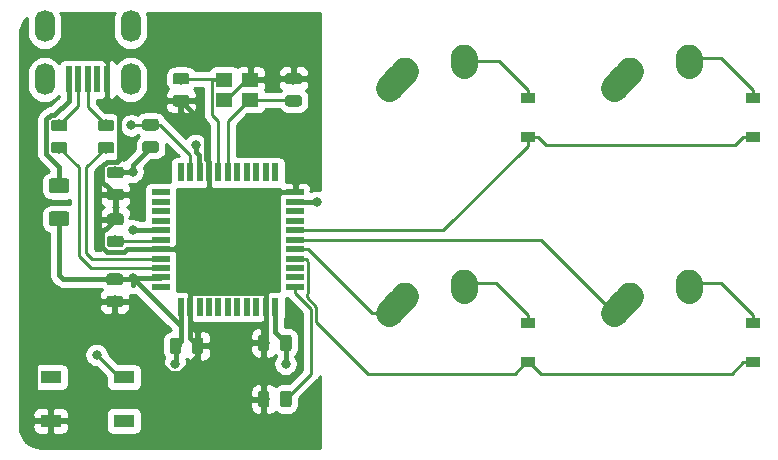
<source format=gbl>
G04 #@! TF.GenerationSoftware,KiCad,Pcbnew,(5.1.4-0-10_14)*
G04 #@! TF.CreationDate,2021-03-21T04:54:58+00:00*
G04 #@! TF.ProjectId,aio3,61696f33-2e6b-4696-9361-645f70636258,rev?*
G04 #@! TF.SameCoordinates,Original*
G04 #@! TF.FileFunction,Copper,L2,Bot*
G04 #@! TF.FilePolarity,Positive*
%FSLAX46Y46*%
G04 Gerber Fmt 4.6, Leading zero omitted, Abs format (unit mm)*
G04 Created by KiCad (PCBNEW (5.1.4-0-10_14)) date 2021-03-21 04:54:58*
%MOMM*%
%LPD*%
G04 APERTURE LIST*
%ADD10O,1.700000X2.700000*%
%ADD11R,0.500000X2.250000*%
%ADD12R,1.800000X1.100000*%
%ADD13C,0.100000*%
%ADD14C,0.975000*%
%ADD15R,1.400000X1.200000*%
%ADD16R,0.550000X1.500000*%
%ADD17R,1.500000X0.550000*%
%ADD18R,1.200000X0.900000*%
%ADD19C,1.250000*%
%ADD20C,2.250000*%
%ADD21C,2.250000*%
%ADD22C,0.800000*%
%ADD23C,0.400000*%
%ADD24C,0.300000*%
%ADD25C,0.250000*%
%ADD26C,0.254000*%
G04 APERTURE END LIST*
D10*
X78963500Y-63500000D03*
X86263500Y-63500000D03*
X86263500Y-68000000D03*
X78963500Y-68000000D03*
D11*
X81013500Y-68000000D03*
X81813500Y-68000000D03*
X82613500Y-68000000D03*
X83413500Y-68000000D03*
X84213500Y-68000000D03*
D12*
X85681750Y-96909500D03*
X79481750Y-93209500D03*
X85681750Y-93209500D03*
X79481750Y-96909500D03*
D13*
G36*
X99661892Y-94360674D02*
G01*
X99685553Y-94364184D01*
X99708757Y-94369996D01*
X99731279Y-94378054D01*
X99752903Y-94388282D01*
X99773420Y-94400579D01*
X99792633Y-94414829D01*
X99810357Y-94430893D01*
X99826421Y-94448617D01*
X99840671Y-94467830D01*
X99852968Y-94488347D01*
X99863196Y-94509971D01*
X99871254Y-94532493D01*
X99877066Y-94555697D01*
X99880576Y-94579358D01*
X99881750Y-94603250D01*
X99881750Y-95515750D01*
X99880576Y-95539642D01*
X99877066Y-95563303D01*
X99871254Y-95586507D01*
X99863196Y-95609029D01*
X99852968Y-95630653D01*
X99840671Y-95651170D01*
X99826421Y-95670383D01*
X99810357Y-95688107D01*
X99792633Y-95704171D01*
X99773420Y-95718421D01*
X99752903Y-95730718D01*
X99731279Y-95740946D01*
X99708757Y-95749004D01*
X99685553Y-95754816D01*
X99661892Y-95758326D01*
X99638000Y-95759500D01*
X99150500Y-95759500D01*
X99126608Y-95758326D01*
X99102947Y-95754816D01*
X99079743Y-95749004D01*
X99057221Y-95740946D01*
X99035597Y-95730718D01*
X99015080Y-95718421D01*
X98995867Y-95704171D01*
X98978143Y-95688107D01*
X98962079Y-95670383D01*
X98947829Y-95651170D01*
X98935532Y-95630653D01*
X98925304Y-95609029D01*
X98917246Y-95586507D01*
X98911434Y-95563303D01*
X98907924Y-95539642D01*
X98906750Y-95515750D01*
X98906750Y-94603250D01*
X98907924Y-94579358D01*
X98911434Y-94555697D01*
X98917246Y-94532493D01*
X98925304Y-94509971D01*
X98935532Y-94488347D01*
X98947829Y-94467830D01*
X98962079Y-94448617D01*
X98978143Y-94430893D01*
X98995867Y-94414829D01*
X99015080Y-94400579D01*
X99035597Y-94388282D01*
X99057221Y-94378054D01*
X99079743Y-94369996D01*
X99102947Y-94364184D01*
X99126608Y-94360674D01*
X99150500Y-94359500D01*
X99638000Y-94359500D01*
X99661892Y-94360674D01*
X99661892Y-94360674D01*
G37*
D14*
X99394250Y-95059500D03*
D13*
G36*
X97786892Y-94360674D02*
G01*
X97810553Y-94364184D01*
X97833757Y-94369996D01*
X97856279Y-94378054D01*
X97877903Y-94388282D01*
X97898420Y-94400579D01*
X97917633Y-94414829D01*
X97935357Y-94430893D01*
X97951421Y-94448617D01*
X97965671Y-94467830D01*
X97977968Y-94488347D01*
X97988196Y-94509971D01*
X97996254Y-94532493D01*
X98002066Y-94555697D01*
X98005576Y-94579358D01*
X98006750Y-94603250D01*
X98006750Y-95515750D01*
X98005576Y-95539642D01*
X98002066Y-95563303D01*
X97996254Y-95586507D01*
X97988196Y-95609029D01*
X97977968Y-95630653D01*
X97965671Y-95651170D01*
X97951421Y-95670383D01*
X97935357Y-95688107D01*
X97917633Y-95704171D01*
X97898420Y-95718421D01*
X97877903Y-95730718D01*
X97856279Y-95740946D01*
X97833757Y-95749004D01*
X97810553Y-95754816D01*
X97786892Y-95758326D01*
X97763000Y-95759500D01*
X97275500Y-95759500D01*
X97251608Y-95758326D01*
X97227947Y-95754816D01*
X97204743Y-95749004D01*
X97182221Y-95740946D01*
X97160597Y-95730718D01*
X97140080Y-95718421D01*
X97120867Y-95704171D01*
X97103143Y-95688107D01*
X97087079Y-95670383D01*
X97072829Y-95651170D01*
X97060532Y-95630653D01*
X97050304Y-95609029D01*
X97042246Y-95586507D01*
X97036434Y-95563303D01*
X97032924Y-95539642D01*
X97031750Y-95515750D01*
X97031750Y-94603250D01*
X97032924Y-94579358D01*
X97036434Y-94555697D01*
X97042246Y-94532493D01*
X97050304Y-94509971D01*
X97060532Y-94488347D01*
X97072829Y-94467830D01*
X97087079Y-94448617D01*
X97103143Y-94430893D01*
X97120867Y-94414829D01*
X97140080Y-94400579D01*
X97160597Y-94388282D01*
X97182221Y-94378054D01*
X97204743Y-94369996D01*
X97227947Y-94364184D01*
X97251608Y-94360674D01*
X97275500Y-94359500D01*
X97763000Y-94359500D01*
X97786892Y-94360674D01*
X97786892Y-94360674D01*
G37*
D14*
X97519250Y-95059500D03*
D15*
X96381750Y-68015750D03*
X94181750Y-68015750D03*
X94181750Y-69715750D03*
X96381750Y-69715750D03*
D16*
X90488000Y-87265750D03*
X91288000Y-87265750D03*
X92088000Y-87265750D03*
X92888000Y-87265750D03*
X93688000Y-87265750D03*
X94488000Y-87265750D03*
X95288000Y-87265750D03*
X96088000Y-87265750D03*
X96888000Y-87265750D03*
X97688000Y-87265750D03*
X98488000Y-87265750D03*
D17*
X100188000Y-85565750D03*
X100188000Y-84765750D03*
X100188000Y-83965750D03*
X100188000Y-83165750D03*
X100188000Y-82365750D03*
X100188000Y-81565750D03*
X100188000Y-80765750D03*
X100188000Y-79965750D03*
X100188000Y-79165750D03*
X100188000Y-78365750D03*
X100188000Y-77565750D03*
D16*
X98488000Y-75865750D03*
X97688000Y-75865750D03*
X96888000Y-75865750D03*
X96088000Y-75865750D03*
X95288000Y-75865750D03*
X94488000Y-75865750D03*
X93688000Y-75865750D03*
X92888000Y-75865750D03*
X92088000Y-75865750D03*
X91288000Y-75865750D03*
X90488000Y-75865750D03*
D17*
X88788000Y-77565750D03*
X88788000Y-78365750D03*
X88788000Y-79165750D03*
X88788000Y-79965750D03*
X88788000Y-80765750D03*
X88788000Y-81565750D03*
X88788000Y-82365750D03*
X88788000Y-83165750D03*
X88788000Y-83965750D03*
X88788000Y-84765750D03*
X88788000Y-85565750D03*
D13*
G36*
X88427642Y-71347174D02*
G01*
X88451303Y-71350684D01*
X88474507Y-71356496D01*
X88497029Y-71364554D01*
X88518653Y-71374782D01*
X88539170Y-71387079D01*
X88558383Y-71401329D01*
X88576107Y-71417393D01*
X88592171Y-71435117D01*
X88606421Y-71454330D01*
X88618718Y-71474847D01*
X88628946Y-71496471D01*
X88637004Y-71518993D01*
X88642816Y-71542197D01*
X88646326Y-71565858D01*
X88647500Y-71589750D01*
X88647500Y-72077250D01*
X88646326Y-72101142D01*
X88642816Y-72124803D01*
X88637004Y-72148007D01*
X88628946Y-72170529D01*
X88618718Y-72192153D01*
X88606421Y-72212670D01*
X88592171Y-72231883D01*
X88576107Y-72249607D01*
X88558383Y-72265671D01*
X88539170Y-72279921D01*
X88518653Y-72292218D01*
X88497029Y-72302446D01*
X88474507Y-72310504D01*
X88451303Y-72316316D01*
X88427642Y-72319826D01*
X88403750Y-72321000D01*
X87491250Y-72321000D01*
X87467358Y-72319826D01*
X87443697Y-72316316D01*
X87420493Y-72310504D01*
X87397971Y-72302446D01*
X87376347Y-72292218D01*
X87355830Y-72279921D01*
X87336617Y-72265671D01*
X87318893Y-72249607D01*
X87302829Y-72231883D01*
X87288579Y-72212670D01*
X87276282Y-72192153D01*
X87266054Y-72170529D01*
X87257996Y-72148007D01*
X87252184Y-72124803D01*
X87248674Y-72101142D01*
X87247500Y-72077250D01*
X87247500Y-71589750D01*
X87248674Y-71565858D01*
X87252184Y-71542197D01*
X87257996Y-71518993D01*
X87266054Y-71496471D01*
X87276282Y-71474847D01*
X87288579Y-71454330D01*
X87302829Y-71435117D01*
X87318893Y-71417393D01*
X87336617Y-71401329D01*
X87355830Y-71387079D01*
X87376347Y-71374782D01*
X87397971Y-71364554D01*
X87420493Y-71356496D01*
X87443697Y-71350684D01*
X87467358Y-71347174D01*
X87491250Y-71346000D01*
X88403750Y-71346000D01*
X88427642Y-71347174D01*
X88427642Y-71347174D01*
G37*
D14*
X87947500Y-71833500D03*
D13*
G36*
X88427642Y-73222174D02*
G01*
X88451303Y-73225684D01*
X88474507Y-73231496D01*
X88497029Y-73239554D01*
X88518653Y-73249782D01*
X88539170Y-73262079D01*
X88558383Y-73276329D01*
X88576107Y-73292393D01*
X88592171Y-73310117D01*
X88606421Y-73329330D01*
X88618718Y-73349847D01*
X88628946Y-73371471D01*
X88637004Y-73393993D01*
X88642816Y-73417197D01*
X88646326Y-73440858D01*
X88647500Y-73464750D01*
X88647500Y-73952250D01*
X88646326Y-73976142D01*
X88642816Y-73999803D01*
X88637004Y-74023007D01*
X88628946Y-74045529D01*
X88618718Y-74067153D01*
X88606421Y-74087670D01*
X88592171Y-74106883D01*
X88576107Y-74124607D01*
X88558383Y-74140671D01*
X88539170Y-74154921D01*
X88518653Y-74167218D01*
X88497029Y-74177446D01*
X88474507Y-74185504D01*
X88451303Y-74191316D01*
X88427642Y-74194826D01*
X88403750Y-74196000D01*
X87491250Y-74196000D01*
X87467358Y-74194826D01*
X87443697Y-74191316D01*
X87420493Y-74185504D01*
X87397971Y-74177446D01*
X87376347Y-74167218D01*
X87355830Y-74154921D01*
X87336617Y-74140671D01*
X87318893Y-74124607D01*
X87302829Y-74106883D01*
X87288579Y-74087670D01*
X87276282Y-74067153D01*
X87266054Y-74045529D01*
X87257996Y-74023007D01*
X87252184Y-73999803D01*
X87248674Y-73976142D01*
X87247500Y-73952250D01*
X87247500Y-73464750D01*
X87248674Y-73440858D01*
X87252184Y-73417197D01*
X87257996Y-73393993D01*
X87266054Y-73371471D01*
X87276282Y-73349847D01*
X87288579Y-73329330D01*
X87302829Y-73310117D01*
X87318893Y-73292393D01*
X87336617Y-73276329D01*
X87355830Y-73262079D01*
X87376347Y-73249782D01*
X87397971Y-73239554D01*
X87420493Y-73231496D01*
X87443697Y-73225684D01*
X87467358Y-73222174D01*
X87491250Y-73221000D01*
X88403750Y-73221000D01*
X88427642Y-73222174D01*
X88427642Y-73222174D01*
G37*
D14*
X87947500Y-73708500D03*
D13*
G36*
X84649392Y-71410674D02*
G01*
X84673053Y-71414184D01*
X84696257Y-71419996D01*
X84718779Y-71428054D01*
X84740403Y-71438282D01*
X84760920Y-71450579D01*
X84780133Y-71464829D01*
X84797857Y-71480893D01*
X84813921Y-71498617D01*
X84828171Y-71517830D01*
X84840468Y-71538347D01*
X84850696Y-71559971D01*
X84858754Y-71582493D01*
X84864566Y-71605697D01*
X84868076Y-71629358D01*
X84869250Y-71653250D01*
X84869250Y-72140750D01*
X84868076Y-72164642D01*
X84864566Y-72188303D01*
X84858754Y-72211507D01*
X84850696Y-72234029D01*
X84840468Y-72255653D01*
X84828171Y-72276170D01*
X84813921Y-72295383D01*
X84797857Y-72313107D01*
X84780133Y-72329171D01*
X84760920Y-72343421D01*
X84740403Y-72355718D01*
X84718779Y-72365946D01*
X84696257Y-72374004D01*
X84673053Y-72379816D01*
X84649392Y-72383326D01*
X84625500Y-72384500D01*
X83713000Y-72384500D01*
X83689108Y-72383326D01*
X83665447Y-72379816D01*
X83642243Y-72374004D01*
X83619721Y-72365946D01*
X83598097Y-72355718D01*
X83577580Y-72343421D01*
X83558367Y-72329171D01*
X83540643Y-72313107D01*
X83524579Y-72295383D01*
X83510329Y-72276170D01*
X83498032Y-72255653D01*
X83487804Y-72234029D01*
X83479746Y-72211507D01*
X83473934Y-72188303D01*
X83470424Y-72164642D01*
X83469250Y-72140750D01*
X83469250Y-71653250D01*
X83470424Y-71629358D01*
X83473934Y-71605697D01*
X83479746Y-71582493D01*
X83487804Y-71559971D01*
X83498032Y-71538347D01*
X83510329Y-71517830D01*
X83524579Y-71498617D01*
X83540643Y-71480893D01*
X83558367Y-71464829D01*
X83577580Y-71450579D01*
X83598097Y-71438282D01*
X83619721Y-71428054D01*
X83642243Y-71419996D01*
X83665447Y-71414184D01*
X83689108Y-71410674D01*
X83713000Y-71409500D01*
X84625500Y-71409500D01*
X84649392Y-71410674D01*
X84649392Y-71410674D01*
G37*
D14*
X84169250Y-71897000D03*
D13*
G36*
X84649392Y-73285674D02*
G01*
X84673053Y-73289184D01*
X84696257Y-73294996D01*
X84718779Y-73303054D01*
X84740403Y-73313282D01*
X84760920Y-73325579D01*
X84780133Y-73339829D01*
X84797857Y-73355893D01*
X84813921Y-73373617D01*
X84828171Y-73392830D01*
X84840468Y-73413347D01*
X84850696Y-73434971D01*
X84858754Y-73457493D01*
X84864566Y-73480697D01*
X84868076Y-73504358D01*
X84869250Y-73528250D01*
X84869250Y-74015750D01*
X84868076Y-74039642D01*
X84864566Y-74063303D01*
X84858754Y-74086507D01*
X84850696Y-74109029D01*
X84840468Y-74130653D01*
X84828171Y-74151170D01*
X84813921Y-74170383D01*
X84797857Y-74188107D01*
X84780133Y-74204171D01*
X84760920Y-74218421D01*
X84740403Y-74230718D01*
X84718779Y-74240946D01*
X84696257Y-74249004D01*
X84673053Y-74254816D01*
X84649392Y-74258326D01*
X84625500Y-74259500D01*
X83713000Y-74259500D01*
X83689108Y-74258326D01*
X83665447Y-74254816D01*
X83642243Y-74249004D01*
X83619721Y-74240946D01*
X83598097Y-74230718D01*
X83577580Y-74218421D01*
X83558367Y-74204171D01*
X83540643Y-74188107D01*
X83524579Y-74170383D01*
X83510329Y-74151170D01*
X83498032Y-74130653D01*
X83487804Y-74109029D01*
X83479746Y-74086507D01*
X83473934Y-74063303D01*
X83470424Y-74039642D01*
X83469250Y-74015750D01*
X83469250Y-73528250D01*
X83470424Y-73504358D01*
X83473934Y-73480697D01*
X83479746Y-73457493D01*
X83487804Y-73434971D01*
X83498032Y-73413347D01*
X83510329Y-73392830D01*
X83524579Y-73373617D01*
X83540643Y-73355893D01*
X83558367Y-73339829D01*
X83577580Y-73325579D01*
X83598097Y-73313282D01*
X83619721Y-73303054D01*
X83642243Y-73294996D01*
X83665447Y-73289184D01*
X83689108Y-73285674D01*
X83713000Y-73284500D01*
X84625500Y-73284500D01*
X84649392Y-73285674D01*
X84649392Y-73285674D01*
G37*
D14*
X84169250Y-73772000D03*
D13*
G36*
X97786892Y-89598174D02*
G01*
X97810553Y-89601684D01*
X97833757Y-89607496D01*
X97856279Y-89615554D01*
X97877903Y-89625782D01*
X97898420Y-89638079D01*
X97917633Y-89652329D01*
X97935357Y-89668393D01*
X97951421Y-89686117D01*
X97965671Y-89705330D01*
X97977968Y-89725847D01*
X97988196Y-89747471D01*
X97996254Y-89769993D01*
X98002066Y-89793197D01*
X98005576Y-89816858D01*
X98006750Y-89840750D01*
X98006750Y-90753250D01*
X98005576Y-90777142D01*
X98002066Y-90800803D01*
X97996254Y-90824007D01*
X97988196Y-90846529D01*
X97977968Y-90868153D01*
X97965671Y-90888670D01*
X97951421Y-90907883D01*
X97935357Y-90925607D01*
X97917633Y-90941671D01*
X97898420Y-90955921D01*
X97877903Y-90968218D01*
X97856279Y-90978446D01*
X97833757Y-90986504D01*
X97810553Y-90992316D01*
X97786892Y-90995826D01*
X97763000Y-90997000D01*
X97275500Y-90997000D01*
X97251608Y-90995826D01*
X97227947Y-90992316D01*
X97204743Y-90986504D01*
X97182221Y-90978446D01*
X97160597Y-90968218D01*
X97140080Y-90955921D01*
X97120867Y-90941671D01*
X97103143Y-90925607D01*
X97087079Y-90907883D01*
X97072829Y-90888670D01*
X97060532Y-90868153D01*
X97050304Y-90846529D01*
X97042246Y-90824007D01*
X97036434Y-90800803D01*
X97032924Y-90777142D01*
X97031750Y-90753250D01*
X97031750Y-89840750D01*
X97032924Y-89816858D01*
X97036434Y-89793197D01*
X97042246Y-89769993D01*
X97050304Y-89747471D01*
X97060532Y-89725847D01*
X97072829Y-89705330D01*
X97087079Y-89686117D01*
X97103143Y-89668393D01*
X97120867Y-89652329D01*
X97140080Y-89638079D01*
X97160597Y-89625782D01*
X97182221Y-89615554D01*
X97204743Y-89607496D01*
X97227947Y-89601684D01*
X97251608Y-89598174D01*
X97275500Y-89597000D01*
X97763000Y-89597000D01*
X97786892Y-89598174D01*
X97786892Y-89598174D01*
G37*
D14*
X97519250Y-90297000D03*
D13*
G36*
X99661892Y-89598174D02*
G01*
X99685553Y-89601684D01*
X99708757Y-89607496D01*
X99731279Y-89615554D01*
X99752903Y-89625782D01*
X99773420Y-89638079D01*
X99792633Y-89652329D01*
X99810357Y-89668393D01*
X99826421Y-89686117D01*
X99840671Y-89705330D01*
X99852968Y-89725847D01*
X99863196Y-89747471D01*
X99871254Y-89769993D01*
X99877066Y-89793197D01*
X99880576Y-89816858D01*
X99881750Y-89840750D01*
X99881750Y-90753250D01*
X99880576Y-90777142D01*
X99877066Y-90800803D01*
X99871254Y-90824007D01*
X99863196Y-90846529D01*
X99852968Y-90868153D01*
X99840671Y-90888670D01*
X99826421Y-90907883D01*
X99810357Y-90925607D01*
X99792633Y-90941671D01*
X99773420Y-90955921D01*
X99752903Y-90968218D01*
X99731279Y-90978446D01*
X99708757Y-90986504D01*
X99685553Y-90992316D01*
X99661892Y-90995826D01*
X99638000Y-90997000D01*
X99150500Y-90997000D01*
X99126608Y-90995826D01*
X99102947Y-90992316D01*
X99079743Y-90986504D01*
X99057221Y-90978446D01*
X99035597Y-90968218D01*
X99015080Y-90955921D01*
X98995867Y-90941671D01*
X98978143Y-90925607D01*
X98962079Y-90907883D01*
X98947829Y-90888670D01*
X98935532Y-90868153D01*
X98925304Y-90846529D01*
X98917246Y-90824007D01*
X98911434Y-90800803D01*
X98907924Y-90777142D01*
X98906750Y-90753250D01*
X98906750Y-89840750D01*
X98907924Y-89816858D01*
X98911434Y-89793197D01*
X98917246Y-89769993D01*
X98925304Y-89747471D01*
X98935532Y-89725847D01*
X98947829Y-89705330D01*
X98962079Y-89686117D01*
X98978143Y-89668393D01*
X98995867Y-89652329D01*
X99015080Y-89638079D01*
X99035597Y-89625782D01*
X99057221Y-89615554D01*
X99079743Y-89607496D01*
X99102947Y-89601684D01*
X99126608Y-89598174D01*
X99150500Y-89597000D01*
X99638000Y-89597000D01*
X99661892Y-89598174D01*
X99661892Y-89598174D01*
G37*
D14*
X99394250Y-90297000D03*
D18*
X138938000Y-72897000D03*
X138938000Y-69597000D03*
D13*
G36*
X85443142Y-77254424D02*
G01*
X85466803Y-77257934D01*
X85490007Y-77263746D01*
X85512529Y-77271804D01*
X85534153Y-77282032D01*
X85554670Y-77294329D01*
X85573883Y-77308579D01*
X85591607Y-77324643D01*
X85607671Y-77342367D01*
X85621921Y-77361580D01*
X85634218Y-77382097D01*
X85644446Y-77403721D01*
X85652504Y-77426243D01*
X85658316Y-77449447D01*
X85661826Y-77473108D01*
X85663000Y-77497000D01*
X85663000Y-77984500D01*
X85661826Y-78008392D01*
X85658316Y-78032053D01*
X85652504Y-78055257D01*
X85644446Y-78077779D01*
X85634218Y-78099403D01*
X85621921Y-78119920D01*
X85607671Y-78139133D01*
X85591607Y-78156857D01*
X85573883Y-78172921D01*
X85554670Y-78187171D01*
X85534153Y-78199468D01*
X85512529Y-78209696D01*
X85490007Y-78217754D01*
X85466803Y-78223566D01*
X85443142Y-78227076D01*
X85419250Y-78228250D01*
X84506750Y-78228250D01*
X84482858Y-78227076D01*
X84459197Y-78223566D01*
X84435993Y-78217754D01*
X84413471Y-78209696D01*
X84391847Y-78199468D01*
X84371330Y-78187171D01*
X84352117Y-78172921D01*
X84334393Y-78156857D01*
X84318329Y-78139133D01*
X84304079Y-78119920D01*
X84291782Y-78099403D01*
X84281554Y-78077779D01*
X84273496Y-78055257D01*
X84267684Y-78032053D01*
X84264174Y-78008392D01*
X84263000Y-77984500D01*
X84263000Y-77497000D01*
X84264174Y-77473108D01*
X84267684Y-77449447D01*
X84273496Y-77426243D01*
X84281554Y-77403721D01*
X84291782Y-77382097D01*
X84304079Y-77361580D01*
X84318329Y-77342367D01*
X84334393Y-77324643D01*
X84352117Y-77308579D01*
X84371330Y-77294329D01*
X84391847Y-77282032D01*
X84413471Y-77271804D01*
X84435993Y-77263746D01*
X84459197Y-77257934D01*
X84482858Y-77254424D01*
X84506750Y-77253250D01*
X85419250Y-77253250D01*
X85443142Y-77254424D01*
X85443142Y-77254424D01*
G37*
D14*
X84963000Y-77740750D03*
D13*
G36*
X85443142Y-75379424D02*
G01*
X85466803Y-75382934D01*
X85490007Y-75388746D01*
X85512529Y-75396804D01*
X85534153Y-75407032D01*
X85554670Y-75419329D01*
X85573883Y-75433579D01*
X85591607Y-75449643D01*
X85607671Y-75467367D01*
X85621921Y-75486580D01*
X85634218Y-75507097D01*
X85644446Y-75528721D01*
X85652504Y-75551243D01*
X85658316Y-75574447D01*
X85661826Y-75598108D01*
X85663000Y-75622000D01*
X85663000Y-76109500D01*
X85661826Y-76133392D01*
X85658316Y-76157053D01*
X85652504Y-76180257D01*
X85644446Y-76202779D01*
X85634218Y-76224403D01*
X85621921Y-76244920D01*
X85607671Y-76264133D01*
X85591607Y-76281857D01*
X85573883Y-76297921D01*
X85554670Y-76312171D01*
X85534153Y-76324468D01*
X85512529Y-76334696D01*
X85490007Y-76342754D01*
X85466803Y-76348566D01*
X85443142Y-76352076D01*
X85419250Y-76353250D01*
X84506750Y-76353250D01*
X84482858Y-76352076D01*
X84459197Y-76348566D01*
X84435993Y-76342754D01*
X84413471Y-76334696D01*
X84391847Y-76324468D01*
X84371330Y-76312171D01*
X84352117Y-76297921D01*
X84334393Y-76281857D01*
X84318329Y-76264133D01*
X84304079Y-76244920D01*
X84291782Y-76224403D01*
X84281554Y-76202779D01*
X84273496Y-76180257D01*
X84267684Y-76157053D01*
X84264174Y-76133392D01*
X84263000Y-76109500D01*
X84263000Y-75622000D01*
X84264174Y-75598108D01*
X84267684Y-75574447D01*
X84273496Y-75551243D01*
X84281554Y-75528721D01*
X84291782Y-75507097D01*
X84304079Y-75486580D01*
X84318329Y-75467367D01*
X84334393Y-75449643D01*
X84352117Y-75433579D01*
X84371330Y-75419329D01*
X84391847Y-75407032D01*
X84413471Y-75396804D01*
X84435993Y-75388746D01*
X84459197Y-75382934D01*
X84482858Y-75379424D01*
X84506750Y-75378250D01*
X85419250Y-75378250D01*
X85443142Y-75379424D01*
X85443142Y-75379424D01*
G37*
D14*
X84963000Y-75865750D03*
D13*
G36*
X80680642Y-71410674D02*
G01*
X80704303Y-71414184D01*
X80727507Y-71419996D01*
X80750029Y-71428054D01*
X80771653Y-71438282D01*
X80792170Y-71450579D01*
X80811383Y-71464829D01*
X80829107Y-71480893D01*
X80845171Y-71498617D01*
X80859421Y-71517830D01*
X80871718Y-71538347D01*
X80881946Y-71559971D01*
X80890004Y-71582493D01*
X80895816Y-71605697D01*
X80899326Y-71629358D01*
X80900500Y-71653250D01*
X80900500Y-72140750D01*
X80899326Y-72164642D01*
X80895816Y-72188303D01*
X80890004Y-72211507D01*
X80881946Y-72234029D01*
X80871718Y-72255653D01*
X80859421Y-72276170D01*
X80845171Y-72295383D01*
X80829107Y-72313107D01*
X80811383Y-72329171D01*
X80792170Y-72343421D01*
X80771653Y-72355718D01*
X80750029Y-72365946D01*
X80727507Y-72374004D01*
X80704303Y-72379816D01*
X80680642Y-72383326D01*
X80656750Y-72384500D01*
X79744250Y-72384500D01*
X79720358Y-72383326D01*
X79696697Y-72379816D01*
X79673493Y-72374004D01*
X79650971Y-72365946D01*
X79629347Y-72355718D01*
X79608830Y-72343421D01*
X79589617Y-72329171D01*
X79571893Y-72313107D01*
X79555829Y-72295383D01*
X79541579Y-72276170D01*
X79529282Y-72255653D01*
X79519054Y-72234029D01*
X79510996Y-72211507D01*
X79505184Y-72188303D01*
X79501674Y-72164642D01*
X79500500Y-72140750D01*
X79500500Y-71653250D01*
X79501674Y-71629358D01*
X79505184Y-71605697D01*
X79510996Y-71582493D01*
X79519054Y-71559971D01*
X79529282Y-71538347D01*
X79541579Y-71517830D01*
X79555829Y-71498617D01*
X79571893Y-71480893D01*
X79589617Y-71464829D01*
X79608830Y-71450579D01*
X79629347Y-71438282D01*
X79650971Y-71428054D01*
X79673493Y-71419996D01*
X79696697Y-71414184D01*
X79720358Y-71410674D01*
X79744250Y-71409500D01*
X80656750Y-71409500D01*
X80680642Y-71410674D01*
X80680642Y-71410674D01*
G37*
D14*
X80200500Y-71897000D03*
D13*
G36*
X80680642Y-73285674D02*
G01*
X80704303Y-73289184D01*
X80727507Y-73294996D01*
X80750029Y-73303054D01*
X80771653Y-73313282D01*
X80792170Y-73325579D01*
X80811383Y-73339829D01*
X80829107Y-73355893D01*
X80845171Y-73373617D01*
X80859421Y-73392830D01*
X80871718Y-73413347D01*
X80881946Y-73434971D01*
X80890004Y-73457493D01*
X80895816Y-73480697D01*
X80899326Y-73504358D01*
X80900500Y-73528250D01*
X80900500Y-74015750D01*
X80899326Y-74039642D01*
X80895816Y-74063303D01*
X80890004Y-74086507D01*
X80881946Y-74109029D01*
X80871718Y-74130653D01*
X80859421Y-74151170D01*
X80845171Y-74170383D01*
X80829107Y-74188107D01*
X80811383Y-74204171D01*
X80792170Y-74218421D01*
X80771653Y-74230718D01*
X80750029Y-74240946D01*
X80727507Y-74249004D01*
X80704303Y-74254816D01*
X80680642Y-74258326D01*
X80656750Y-74259500D01*
X79744250Y-74259500D01*
X79720358Y-74258326D01*
X79696697Y-74254816D01*
X79673493Y-74249004D01*
X79650971Y-74240946D01*
X79629347Y-74230718D01*
X79608830Y-74218421D01*
X79589617Y-74204171D01*
X79571893Y-74188107D01*
X79555829Y-74170383D01*
X79541579Y-74151170D01*
X79529282Y-74130653D01*
X79519054Y-74109029D01*
X79510996Y-74086507D01*
X79505184Y-74063303D01*
X79501674Y-74039642D01*
X79500500Y-74015750D01*
X79500500Y-73528250D01*
X79501674Y-73504358D01*
X79505184Y-73480697D01*
X79510996Y-73457493D01*
X79519054Y-73434971D01*
X79529282Y-73413347D01*
X79541579Y-73392830D01*
X79555829Y-73373617D01*
X79571893Y-73355893D01*
X79589617Y-73339829D01*
X79608830Y-73325579D01*
X79629347Y-73313282D01*
X79650971Y-73303054D01*
X79673493Y-73294996D01*
X79696697Y-73289184D01*
X79720358Y-73285674D01*
X79744250Y-73284500D01*
X80656750Y-73284500D01*
X80680642Y-73285674D01*
X80680642Y-73285674D01*
G37*
D14*
X80200500Y-73772000D03*
D13*
G36*
X92200642Y-89852174D02*
G01*
X92224303Y-89855684D01*
X92247507Y-89861496D01*
X92270029Y-89869554D01*
X92291653Y-89879782D01*
X92312170Y-89892079D01*
X92331383Y-89906329D01*
X92349107Y-89922393D01*
X92365171Y-89940117D01*
X92379421Y-89959330D01*
X92391718Y-89979847D01*
X92401946Y-90001471D01*
X92410004Y-90023993D01*
X92415816Y-90047197D01*
X92419326Y-90070858D01*
X92420500Y-90094750D01*
X92420500Y-91007250D01*
X92419326Y-91031142D01*
X92415816Y-91054803D01*
X92410004Y-91078007D01*
X92401946Y-91100529D01*
X92391718Y-91122153D01*
X92379421Y-91142670D01*
X92365171Y-91161883D01*
X92349107Y-91179607D01*
X92331383Y-91195671D01*
X92312170Y-91209921D01*
X92291653Y-91222218D01*
X92270029Y-91232446D01*
X92247507Y-91240504D01*
X92224303Y-91246316D01*
X92200642Y-91249826D01*
X92176750Y-91251000D01*
X91689250Y-91251000D01*
X91665358Y-91249826D01*
X91641697Y-91246316D01*
X91618493Y-91240504D01*
X91595971Y-91232446D01*
X91574347Y-91222218D01*
X91553830Y-91209921D01*
X91534617Y-91195671D01*
X91516893Y-91179607D01*
X91500829Y-91161883D01*
X91486579Y-91142670D01*
X91474282Y-91122153D01*
X91464054Y-91100529D01*
X91455996Y-91078007D01*
X91450184Y-91054803D01*
X91446674Y-91031142D01*
X91445500Y-91007250D01*
X91445500Y-90094750D01*
X91446674Y-90070858D01*
X91450184Y-90047197D01*
X91455996Y-90023993D01*
X91464054Y-90001471D01*
X91474282Y-89979847D01*
X91486579Y-89959330D01*
X91500829Y-89940117D01*
X91516893Y-89922393D01*
X91534617Y-89906329D01*
X91553830Y-89892079D01*
X91574347Y-89879782D01*
X91595971Y-89869554D01*
X91618493Y-89861496D01*
X91641697Y-89855684D01*
X91665358Y-89852174D01*
X91689250Y-89851000D01*
X92176750Y-89851000D01*
X92200642Y-89852174D01*
X92200642Y-89852174D01*
G37*
D14*
X91933000Y-90551000D03*
D13*
G36*
X90325642Y-89852174D02*
G01*
X90349303Y-89855684D01*
X90372507Y-89861496D01*
X90395029Y-89869554D01*
X90416653Y-89879782D01*
X90437170Y-89892079D01*
X90456383Y-89906329D01*
X90474107Y-89922393D01*
X90490171Y-89940117D01*
X90504421Y-89959330D01*
X90516718Y-89979847D01*
X90526946Y-90001471D01*
X90535004Y-90023993D01*
X90540816Y-90047197D01*
X90544326Y-90070858D01*
X90545500Y-90094750D01*
X90545500Y-91007250D01*
X90544326Y-91031142D01*
X90540816Y-91054803D01*
X90535004Y-91078007D01*
X90526946Y-91100529D01*
X90516718Y-91122153D01*
X90504421Y-91142670D01*
X90490171Y-91161883D01*
X90474107Y-91179607D01*
X90456383Y-91195671D01*
X90437170Y-91209921D01*
X90416653Y-91222218D01*
X90395029Y-91232446D01*
X90372507Y-91240504D01*
X90349303Y-91246316D01*
X90325642Y-91249826D01*
X90301750Y-91251000D01*
X89814250Y-91251000D01*
X89790358Y-91249826D01*
X89766697Y-91246316D01*
X89743493Y-91240504D01*
X89720971Y-91232446D01*
X89699347Y-91222218D01*
X89678830Y-91209921D01*
X89659617Y-91195671D01*
X89641893Y-91179607D01*
X89625829Y-91161883D01*
X89611579Y-91142670D01*
X89599282Y-91122153D01*
X89589054Y-91100529D01*
X89580996Y-91078007D01*
X89575184Y-91054803D01*
X89571674Y-91031142D01*
X89570500Y-91007250D01*
X89570500Y-90094750D01*
X89571674Y-90070858D01*
X89575184Y-90047197D01*
X89580996Y-90023993D01*
X89589054Y-90001471D01*
X89599282Y-89979847D01*
X89611579Y-89959330D01*
X89625829Y-89940117D01*
X89641893Y-89922393D01*
X89659617Y-89906329D01*
X89678830Y-89892079D01*
X89699347Y-89879782D01*
X89720971Y-89869554D01*
X89743493Y-89861496D01*
X89766697Y-89855684D01*
X89790358Y-89852174D01*
X89814250Y-89851000D01*
X90301750Y-89851000D01*
X90325642Y-89852174D01*
X90325642Y-89852174D01*
G37*
D14*
X90058000Y-90551000D03*
D13*
G36*
X100524392Y-67441924D02*
G01*
X100548053Y-67445434D01*
X100571257Y-67451246D01*
X100593779Y-67459304D01*
X100615403Y-67469532D01*
X100635920Y-67481829D01*
X100655133Y-67496079D01*
X100672857Y-67512143D01*
X100688921Y-67529867D01*
X100703171Y-67549080D01*
X100715468Y-67569597D01*
X100725696Y-67591221D01*
X100733754Y-67613743D01*
X100739566Y-67636947D01*
X100743076Y-67660608D01*
X100744250Y-67684500D01*
X100744250Y-68172000D01*
X100743076Y-68195892D01*
X100739566Y-68219553D01*
X100733754Y-68242757D01*
X100725696Y-68265279D01*
X100715468Y-68286903D01*
X100703171Y-68307420D01*
X100688921Y-68326633D01*
X100672857Y-68344357D01*
X100655133Y-68360421D01*
X100635920Y-68374671D01*
X100615403Y-68386968D01*
X100593779Y-68397196D01*
X100571257Y-68405254D01*
X100548053Y-68411066D01*
X100524392Y-68414576D01*
X100500500Y-68415750D01*
X99588000Y-68415750D01*
X99564108Y-68414576D01*
X99540447Y-68411066D01*
X99517243Y-68405254D01*
X99494721Y-68397196D01*
X99473097Y-68386968D01*
X99452580Y-68374671D01*
X99433367Y-68360421D01*
X99415643Y-68344357D01*
X99399579Y-68326633D01*
X99385329Y-68307420D01*
X99373032Y-68286903D01*
X99362804Y-68265279D01*
X99354746Y-68242757D01*
X99348934Y-68219553D01*
X99345424Y-68195892D01*
X99344250Y-68172000D01*
X99344250Y-67684500D01*
X99345424Y-67660608D01*
X99348934Y-67636947D01*
X99354746Y-67613743D01*
X99362804Y-67591221D01*
X99373032Y-67569597D01*
X99385329Y-67549080D01*
X99399579Y-67529867D01*
X99415643Y-67512143D01*
X99433367Y-67496079D01*
X99452580Y-67481829D01*
X99473097Y-67469532D01*
X99494721Y-67459304D01*
X99517243Y-67451246D01*
X99540447Y-67445434D01*
X99564108Y-67441924D01*
X99588000Y-67440750D01*
X100500500Y-67440750D01*
X100524392Y-67441924D01*
X100524392Y-67441924D01*
G37*
D14*
X100044250Y-67928250D03*
D13*
G36*
X100524392Y-69316924D02*
G01*
X100548053Y-69320434D01*
X100571257Y-69326246D01*
X100593779Y-69334304D01*
X100615403Y-69344532D01*
X100635920Y-69356829D01*
X100655133Y-69371079D01*
X100672857Y-69387143D01*
X100688921Y-69404867D01*
X100703171Y-69424080D01*
X100715468Y-69444597D01*
X100725696Y-69466221D01*
X100733754Y-69488743D01*
X100739566Y-69511947D01*
X100743076Y-69535608D01*
X100744250Y-69559500D01*
X100744250Y-70047000D01*
X100743076Y-70070892D01*
X100739566Y-70094553D01*
X100733754Y-70117757D01*
X100725696Y-70140279D01*
X100715468Y-70161903D01*
X100703171Y-70182420D01*
X100688921Y-70201633D01*
X100672857Y-70219357D01*
X100655133Y-70235421D01*
X100635920Y-70249671D01*
X100615403Y-70261968D01*
X100593779Y-70272196D01*
X100571257Y-70280254D01*
X100548053Y-70286066D01*
X100524392Y-70289576D01*
X100500500Y-70290750D01*
X99588000Y-70290750D01*
X99564108Y-70289576D01*
X99540447Y-70286066D01*
X99517243Y-70280254D01*
X99494721Y-70272196D01*
X99473097Y-70261968D01*
X99452580Y-70249671D01*
X99433367Y-70235421D01*
X99415643Y-70219357D01*
X99399579Y-70201633D01*
X99385329Y-70182420D01*
X99373032Y-70161903D01*
X99362804Y-70140279D01*
X99354746Y-70117757D01*
X99348934Y-70094553D01*
X99345424Y-70070892D01*
X99344250Y-70047000D01*
X99344250Y-69559500D01*
X99345424Y-69535608D01*
X99348934Y-69511947D01*
X99354746Y-69488743D01*
X99362804Y-69466221D01*
X99373032Y-69444597D01*
X99385329Y-69424080D01*
X99399579Y-69404867D01*
X99415643Y-69387143D01*
X99433367Y-69371079D01*
X99452580Y-69356829D01*
X99473097Y-69344532D01*
X99494721Y-69334304D01*
X99517243Y-69326246D01*
X99540447Y-69320434D01*
X99564108Y-69316924D01*
X99588000Y-69315750D01*
X100500500Y-69315750D01*
X100524392Y-69316924D01*
X100524392Y-69316924D01*
G37*
D14*
X100044250Y-69803250D03*
D13*
G36*
X90999392Y-69316924D02*
G01*
X91023053Y-69320434D01*
X91046257Y-69326246D01*
X91068779Y-69334304D01*
X91090403Y-69344532D01*
X91110920Y-69356829D01*
X91130133Y-69371079D01*
X91147857Y-69387143D01*
X91163921Y-69404867D01*
X91178171Y-69424080D01*
X91190468Y-69444597D01*
X91200696Y-69466221D01*
X91208754Y-69488743D01*
X91214566Y-69511947D01*
X91218076Y-69535608D01*
X91219250Y-69559500D01*
X91219250Y-70047000D01*
X91218076Y-70070892D01*
X91214566Y-70094553D01*
X91208754Y-70117757D01*
X91200696Y-70140279D01*
X91190468Y-70161903D01*
X91178171Y-70182420D01*
X91163921Y-70201633D01*
X91147857Y-70219357D01*
X91130133Y-70235421D01*
X91110920Y-70249671D01*
X91090403Y-70261968D01*
X91068779Y-70272196D01*
X91046257Y-70280254D01*
X91023053Y-70286066D01*
X90999392Y-70289576D01*
X90975500Y-70290750D01*
X90063000Y-70290750D01*
X90039108Y-70289576D01*
X90015447Y-70286066D01*
X89992243Y-70280254D01*
X89969721Y-70272196D01*
X89948097Y-70261968D01*
X89927580Y-70249671D01*
X89908367Y-70235421D01*
X89890643Y-70219357D01*
X89874579Y-70201633D01*
X89860329Y-70182420D01*
X89848032Y-70161903D01*
X89837804Y-70140279D01*
X89829746Y-70117757D01*
X89823934Y-70094553D01*
X89820424Y-70070892D01*
X89819250Y-70047000D01*
X89819250Y-69559500D01*
X89820424Y-69535608D01*
X89823934Y-69511947D01*
X89829746Y-69488743D01*
X89837804Y-69466221D01*
X89848032Y-69444597D01*
X89860329Y-69424080D01*
X89874579Y-69404867D01*
X89890643Y-69387143D01*
X89908367Y-69371079D01*
X89927580Y-69356829D01*
X89948097Y-69344532D01*
X89969721Y-69334304D01*
X89992243Y-69326246D01*
X90015447Y-69320434D01*
X90039108Y-69316924D01*
X90063000Y-69315750D01*
X90975500Y-69315750D01*
X90999392Y-69316924D01*
X90999392Y-69316924D01*
G37*
D14*
X90519250Y-69803250D03*
D13*
G36*
X90999392Y-67441924D02*
G01*
X91023053Y-67445434D01*
X91046257Y-67451246D01*
X91068779Y-67459304D01*
X91090403Y-67469532D01*
X91110920Y-67481829D01*
X91130133Y-67496079D01*
X91147857Y-67512143D01*
X91163921Y-67529867D01*
X91178171Y-67549080D01*
X91190468Y-67569597D01*
X91200696Y-67591221D01*
X91208754Y-67613743D01*
X91214566Y-67636947D01*
X91218076Y-67660608D01*
X91219250Y-67684500D01*
X91219250Y-68172000D01*
X91218076Y-68195892D01*
X91214566Y-68219553D01*
X91208754Y-68242757D01*
X91200696Y-68265279D01*
X91190468Y-68286903D01*
X91178171Y-68307420D01*
X91163921Y-68326633D01*
X91147857Y-68344357D01*
X91130133Y-68360421D01*
X91110920Y-68374671D01*
X91090403Y-68386968D01*
X91068779Y-68397196D01*
X91046257Y-68405254D01*
X91023053Y-68411066D01*
X90999392Y-68414576D01*
X90975500Y-68415750D01*
X90063000Y-68415750D01*
X90039108Y-68414576D01*
X90015447Y-68411066D01*
X89992243Y-68405254D01*
X89969721Y-68397196D01*
X89948097Y-68386968D01*
X89927580Y-68374671D01*
X89908367Y-68360421D01*
X89890643Y-68344357D01*
X89874579Y-68326633D01*
X89860329Y-68307420D01*
X89848032Y-68286903D01*
X89837804Y-68265279D01*
X89829746Y-68242757D01*
X89823934Y-68219553D01*
X89820424Y-68195892D01*
X89819250Y-68172000D01*
X89819250Y-67684500D01*
X89820424Y-67660608D01*
X89823934Y-67636947D01*
X89829746Y-67613743D01*
X89837804Y-67591221D01*
X89848032Y-67569597D01*
X89860329Y-67549080D01*
X89874579Y-67529867D01*
X89890643Y-67512143D01*
X89908367Y-67496079D01*
X89927580Y-67481829D01*
X89948097Y-67469532D01*
X89969721Y-67459304D01*
X89992243Y-67451246D01*
X90015447Y-67445434D01*
X90039108Y-67441924D01*
X90063000Y-67440750D01*
X90975500Y-67440750D01*
X90999392Y-67441924D01*
X90999392Y-67441924D01*
G37*
D14*
X90519250Y-67928250D03*
D13*
G36*
X85379642Y-86303174D02*
G01*
X85403303Y-86306684D01*
X85426507Y-86312496D01*
X85449029Y-86320554D01*
X85470653Y-86330782D01*
X85491170Y-86343079D01*
X85510383Y-86357329D01*
X85528107Y-86373393D01*
X85544171Y-86391117D01*
X85558421Y-86410330D01*
X85570718Y-86430847D01*
X85580946Y-86452471D01*
X85589004Y-86474993D01*
X85594816Y-86498197D01*
X85598326Y-86521858D01*
X85599500Y-86545750D01*
X85599500Y-87033250D01*
X85598326Y-87057142D01*
X85594816Y-87080803D01*
X85589004Y-87104007D01*
X85580946Y-87126529D01*
X85570718Y-87148153D01*
X85558421Y-87168670D01*
X85544171Y-87187883D01*
X85528107Y-87205607D01*
X85510383Y-87221671D01*
X85491170Y-87235921D01*
X85470653Y-87248218D01*
X85449029Y-87258446D01*
X85426507Y-87266504D01*
X85403303Y-87272316D01*
X85379642Y-87275826D01*
X85355750Y-87277000D01*
X84443250Y-87277000D01*
X84419358Y-87275826D01*
X84395697Y-87272316D01*
X84372493Y-87266504D01*
X84349971Y-87258446D01*
X84328347Y-87248218D01*
X84307830Y-87235921D01*
X84288617Y-87221671D01*
X84270893Y-87205607D01*
X84254829Y-87187883D01*
X84240579Y-87168670D01*
X84228282Y-87148153D01*
X84218054Y-87126529D01*
X84209996Y-87104007D01*
X84204184Y-87080803D01*
X84200674Y-87057142D01*
X84199500Y-87033250D01*
X84199500Y-86545750D01*
X84200674Y-86521858D01*
X84204184Y-86498197D01*
X84209996Y-86474993D01*
X84218054Y-86452471D01*
X84228282Y-86430847D01*
X84240579Y-86410330D01*
X84254829Y-86391117D01*
X84270893Y-86373393D01*
X84288617Y-86357329D01*
X84307830Y-86343079D01*
X84328347Y-86330782D01*
X84349971Y-86320554D01*
X84372493Y-86312496D01*
X84395697Y-86306684D01*
X84419358Y-86303174D01*
X84443250Y-86302000D01*
X85355750Y-86302000D01*
X85379642Y-86303174D01*
X85379642Y-86303174D01*
G37*
D14*
X84899500Y-86789500D03*
D13*
G36*
X85379642Y-84428174D02*
G01*
X85403303Y-84431684D01*
X85426507Y-84437496D01*
X85449029Y-84445554D01*
X85470653Y-84455782D01*
X85491170Y-84468079D01*
X85510383Y-84482329D01*
X85528107Y-84498393D01*
X85544171Y-84516117D01*
X85558421Y-84535330D01*
X85570718Y-84555847D01*
X85580946Y-84577471D01*
X85589004Y-84599993D01*
X85594816Y-84623197D01*
X85598326Y-84646858D01*
X85599500Y-84670750D01*
X85599500Y-85158250D01*
X85598326Y-85182142D01*
X85594816Y-85205803D01*
X85589004Y-85229007D01*
X85580946Y-85251529D01*
X85570718Y-85273153D01*
X85558421Y-85293670D01*
X85544171Y-85312883D01*
X85528107Y-85330607D01*
X85510383Y-85346671D01*
X85491170Y-85360921D01*
X85470653Y-85373218D01*
X85449029Y-85383446D01*
X85426507Y-85391504D01*
X85403303Y-85397316D01*
X85379642Y-85400826D01*
X85355750Y-85402000D01*
X84443250Y-85402000D01*
X84419358Y-85400826D01*
X84395697Y-85397316D01*
X84372493Y-85391504D01*
X84349971Y-85383446D01*
X84328347Y-85373218D01*
X84307830Y-85360921D01*
X84288617Y-85346671D01*
X84270893Y-85330607D01*
X84254829Y-85312883D01*
X84240579Y-85293670D01*
X84228282Y-85273153D01*
X84218054Y-85251529D01*
X84209996Y-85229007D01*
X84204184Y-85205803D01*
X84200674Y-85182142D01*
X84199500Y-85158250D01*
X84199500Y-84670750D01*
X84200674Y-84646858D01*
X84204184Y-84623197D01*
X84209996Y-84599993D01*
X84218054Y-84577471D01*
X84228282Y-84555847D01*
X84240579Y-84535330D01*
X84254829Y-84516117D01*
X84270893Y-84498393D01*
X84288617Y-84482329D01*
X84307830Y-84468079D01*
X84328347Y-84455782D01*
X84349971Y-84445554D01*
X84372493Y-84437496D01*
X84395697Y-84431684D01*
X84419358Y-84428174D01*
X84443250Y-84427000D01*
X85355750Y-84427000D01*
X85379642Y-84428174D01*
X85379642Y-84428174D01*
G37*
D14*
X84899500Y-84914500D03*
D18*
X119888000Y-91947000D03*
X119888000Y-88647000D03*
D13*
G36*
X85443142Y-79348174D02*
G01*
X85466803Y-79351684D01*
X85490007Y-79357496D01*
X85512529Y-79365554D01*
X85534153Y-79375782D01*
X85554670Y-79388079D01*
X85573883Y-79402329D01*
X85591607Y-79418393D01*
X85607671Y-79436117D01*
X85621921Y-79455330D01*
X85634218Y-79475847D01*
X85644446Y-79497471D01*
X85652504Y-79519993D01*
X85658316Y-79543197D01*
X85661826Y-79566858D01*
X85663000Y-79590750D01*
X85663000Y-80078250D01*
X85661826Y-80102142D01*
X85658316Y-80125803D01*
X85652504Y-80149007D01*
X85644446Y-80171529D01*
X85634218Y-80193153D01*
X85621921Y-80213670D01*
X85607671Y-80232883D01*
X85591607Y-80250607D01*
X85573883Y-80266671D01*
X85554670Y-80280921D01*
X85534153Y-80293218D01*
X85512529Y-80303446D01*
X85490007Y-80311504D01*
X85466803Y-80317316D01*
X85443142Y-80320826D01*
X85419250Y-80322000D01*
X84506750Y-80322000D01*
X84482858Y-80320826D01*
X84459197Y-80317316D01*
X84435993Y-80311504D01*
X84413471Y-80303446D01*
X84391847Y-80293218D01*
X84371330Y-80280921D01*
X84352117Y-80266671D01*
X84334393Y-80250607D01*
X84318329Y-80232883D01*
X84304079Y-80213670D01*
X84291782Y-80193153D01*
X84281554Y-80171529D01*
X84273496Y-80149007D01*
X84267684Y-80125803D01*
X84264174Y-80102142D01*
X84263000Y-80078250D01*
X84263000Y-79590750D01*
X84264174Y-79566858D01*
X84267684Y-79543197D01*
X84273496Y-79519993D01*
X84281554Y-79497471D01*
X84291782Y-79475847D01*
X84304079Y-79455330D01*
X84318329Y-79436117D01*
X84334393Y-79418393D01*
X84352117Y-79402329D01*
X84371330Y-79388079D01*
X84391847Y-79375782D01*
X84413471Y-79365554D01*
X84435993Y-79357496D01*
X84459197Y-79351684D01*
X84482858Y-79348174D01*
X84506750Y-79347000D01*
X85419250Y-79347000D01*
X85443142Y-79348174D01*
X85443142Y-79348174D01*
G37*
D14*
X84963000Y-79834500D03*
D13*
G36*
X85443142Y-81223174D02*
G01*
X85466803Y-81226684D01*
X85490007Y-81232496D01*
X85512529Y-81240554D01*
X85534153Y-81250782D01*
X85554670Y-81263079D01*
X85573883Y-81277329D01*
X85591607Y-81293393D01*
X85607671Y-81311117D01*
X85621921Y-81330330D01*
X85634218Y-81350847D01*
X85644446Y-81372471D01*
X85652504Y-81394993D01*
X85658316Y-81418197D01*
X85661826Y-81441858D01*
X85663000Y-81465750D01*
X85663000Y-81953250D01*
X85661826Y-81977142D01*
X85658316Y-82000803D01*
X85652504Y-82024007D01*
X85644446Y-82046529D01*
X85634218Y-82068153D01*
X85621921Y-82088670D01*
X85607671Y-82107883D01*
X85591607Y-82125607D01*
X85573883Y-82141671D01*
X85554670Y-82155921D01*
X85534153Y-82168218D01*
X85512529Y-82178446D01*
X85490007Y-82186504D01*
X85466803Y-82192316D01*
X85443142Y-82195826D01*
X85419250Y-82197000D01*
X84506750Y-82197000D01*
X84482858Y-82195826D01*
X84459197Y-82192316D01*
X84435993Y-82186504D01*
X84413471Y-82178446D01*
X84391847Y-82168218D01*
X84371330Y-82155921D01*
X84352117Y-82141671D01*
X84334393Y-82125607D01*
X84318329Y-82107883D01*
X84304079Y-82088670D01*
X84291782Y-82068153D01*
X84281554Y-82046529D01*
X84273496Y-82024007D01*
X84267684Y-82000803D01*
X84264174Y-81977142D01*
X84263000Y-81953250D01*
X84263000Y-81465750D01*
X84264174Y-81441858D01*
X84267684Y-81418197D01*
X84273496Y-81394993D01*
X84281554Y-81372471D01*
X84291782Y-81350847D01*
X84304079Y-81330330D01*
X84318329Y-81311117D01*
X84334393Y-81293393D01*
X84352117Y-81277329D01*
X84371330Y-81263079D01*
X84391847Y-81250782D01*
X84413471Y-81240554D01*
X84435993Y-81232496D01*
X84459197Y-81226684D01*
X84482858Y-81223174D01*
X84506750Y-81222000D01*
X85419250Y-81222000D01*
X85443142Y-81223174D01*
X85443142Y-81223174D01*
G37*
D14*
X84963000Y-81709500D03*
D18*
X119888000Y-72897000D03*
X119888000Y-69597000D03*
D13*
G36*
X80850004Y-76366954D02*
G01*
X80874273Y-76370554D01*
X80898071Y-76376515D01*
X80921171Y-76384780D01*
X80943349Y-76395270D01*
X80964393Y-76407883D01*
X80984098Y-76422497D01*
X81002277Y-76438973D01*
X81018753Y-76457152D01*
X81033367Y-76476857D01*
X81045980Y-76497901D01*
X81056470Y-76520079D01*
X81064735Y-76543179D01*
X81070696Y-76566977D01*
X81074296Y-76591246D01*
X81075500Y-76615750D01*
X81075500Y-77365750D01*
X81074296Y-77390254D01*
X81070696Y-77414523D01*
X81064735Y-77438321D01*
X81056470Y-77461421D01*
X81045980Y-77483599D01*
X81033367Y-77504643D01*
X81018753Y-77524348D01*
X81002277Y-77542527D01*
X80984098Y-77559003D01*
X80964393Y-77573617D01*
X80943349Y-77586230D01*
X80921171Y-77596720D01*
X80898071Y-77604985D01*
X80874273Y-77610946D01*
X80850004Y-77614546D01*
X80825500Y-77615750D01*
X79575500Y-77615750D01*
X79550996Y-77614546D01*
X79526727Y-77610946D01*
X79502929Y-77604985D01*
X79479829Y-77596720D01*
X79457651Y-77586230D01*
X79436607Y-77573617D01*
X79416902Y-77559003D01*
X79398723Y-77542527D01*
X79382247Y-77524348D01*
X79367633Y-77504643D01*
X79355020Y-77483599D01*
X79344530Y-77461421D01*
X79336265Y-77438321D01*
X79330304Y-77414523D01*
X79326704Y-77390254D01*
X79325500Y-77365750D01*
X79325500Y-76615750D01*
X79326704Y-76591246D01*
X79330304Y-76566977D01*
X79336265Y-76543179D01*
X79344530Y-76520079D01*
X79355020Y-76497901D01*
X79367633Y-76476857D01*
X79382247Y-76457152D01*
X79398723Y-76438973D01*
X79416902Y-76422497D01*
X79436607Y-76407883D01*
X79457651Y-76395270D01*
X79479829Y-76384780D01*
X79502929Y-76376515D01*
X79526727Y-76370554D01*
X79550996Y-76366954D01*
X79575500Y-76365750D01*
X80825500Y-76365750D01*
X80850004Y-76366954D01*
X80850004Y-76366954D01*
G37*
D19*
X80200500Y-76990750D03*
D13*
G36*
X80850004Y-79166954D02*
G01*
X80874273Y-79170554D01*
X80898071Y-79176515D01*
X80921171Y-79184780D01*
X80943349Y-79195270D01*
X80964393Y-79207883D01*
X80984098Y-79222497D01*
X81002277Y-79238973D01*
X81018753Y-79257152D01*
X81033367Y-79276857D01*
X81045980Y-79297901D01*
X81056470Y-79320079D01*
X81064735Y-79343179D01*
X81070696Y-79366977D01*
X81074296Y-79391246D01*
X81075500Y-79415750D01*
X81075500Y-80165750D01*
X81074296Y-80190254D01*
X81070696Y-80214523D01*
X81064735Y-80238321D01*
X81056470Y-80261421D01*
X81045980Y-80283599D01*
X81033367Y-80304643D01*
X81018753Y-80324348D01*
X81002277Y-80342527D01*
X80984098Y-80359003D01*
X80964393Y-80373617D01*
X80943349Y-80386230D01*
X80921171Y-80396720D01*
X80898071Y-80404985D01*
X80874273Y-80410946D01*
X80850004Y-80414546D01*
X80825500Y-80415750D01*
X79575500Y-80415750D01*
X79550996Y-80414546D01*
X79526727Y-80410946D01*
X79502929Y-80404985D01*
X79479829Y-80396720D01*
X79457651Y-80386230D01*
X79436607Y-80373617D01*
X79416902Y-80359003D01*
X79398723Y-80342527D01*
X79382247Y-80324348D01*
X79367633Y-80304643D01*
X79355020Y-80283599D01*
X79344530Y-80261421D01*
X79336265Y-80238321D01*
X79330304Y-80214523D01*
X79326704Y-80190254D01*
X79325500Y-80165750D01*
X79325500Y-79415750D01*
X79326704Y-79391246D01*
X79330304Y-79366977D01*
X79336265Y-79343179D01*
X79344530Y-79320079D01*
X79355020Y-79297901D01*
X79367633Y-79276857D01*
X79382247Y-79257152D01*
X79398723Y-79238973D01*
X79416902Y-79222497D01*
X79436607Y-79207883D01*
X79457651Y-79195270D01*
X79479829Y-79184780D01*
X79502929Y-79176515D01*
X79526727Y-79170554D01*
X79550996Y-79166954D01*
X79575500Y-79165750D01*
X80825500Y-79165750D01*
X80850004Y-79166954D01*
X80850004Y-79166954D01*
G37*
D19*
X80200500Y-79790750D03*
D20*
X133520500Y-66457000D03*
D21*
X133500500Y-66747000D02*
X133540500Y-66167000D01*
D20*
X133540500Y-66167000D03*
X127845501Y-67977000D03*
D21*
X127190500Y-68707000D02*
X128500502Y-67247000D01*
D20*
X128500500Y-67247000D03*
X133520500Y-85507000D03*
D21*
X133500500Y-85797000D02*
X133540500Y-85217000D01*
D20*
X133540500Y-85217000D03*
X127845501Y-87027000D03*
D21*
X127190500Y-87757000D02*
X128500502Y-86297000D01*
D20*
X128500500Y-86297000D03*
X114470500Y-85507000D03*
D21*
X114450500Y-85797000D02*
X114490500Y-85217000D01*
D20*
X114490500Y-85217000D03*
X108795501Y-87027000D03*
D21*
X108140500Y-87757000D02*
X109450502Y-86297000D01*
D20*
X109450500Y-86297000D03*
D18*
X138938000Y-91947000D03*
X138938000Y-88647000D03*
D20*
X114470500Y-66457000D03*
D21*
X114450500Y-66747000D02*
X114490500Y-66167000D01*
D20*
X114490500Y-66167000D03*
X108795501Y-67977000D03*
D21*
X108140500Y-68707000D02*
X109450502Y-67247000D01*
D20*
X109450500Y-67247000D03*
D22*
X86423500Y-80772000D03*
X91757500Y-73533000D03*
X86423500Y-75819000D03*
X89996250Y-92058250D03*
X99377500Y-92075000D03*
X86423500Y-84836000D03*
X102044500Y-78359000D03*
X86296500Y-71882000D03*
X83375500Y-91313000D03*
D23*
X91933000Y-91351000D02*
X91933000Y-90551000D01*
X90425749Y-92858251D02*
X91933000Y-91351000D01*
X89612249Y-92858251D02*
X90425749Y-92858251D01*
X84899500Y-86789500D02*
X84899500Y-88145502D01*
X84899500Y-88145502D02*
X89612249Y-92858251D01*
X78181749Y-88886751D02*
X80279000Y-86789500D01*
X78181749Y-94659499D02*
X78181749Y-88886751D01*
X79481750Y-96909500D02*
X79481750Y-95959500D01*
X79481750Y-95959500D02*
X78181749Y-94659499D01*
X80279000Y-86789500D02*
X84899500Y-86789500D01*
X96469250Y-67928250D02*
X96381750Y-68015750D01*
X100044250Y-67928250D02*
X96469250Y-67928250D01*
X92888000Y-74972010D02*
X92888000Y-75865750D01*
X92631739Y-71915739D02*
X92631739Y-74715749D01*
X92631739Y-74715749D02*
X92888000Y-74972010D01*
X90519250Y-69803250D02*
X92631739Y-71915739D01*
X97687999Y-77622999D02*
X97630750Y-77565750D01*
X100188000Y-77565750D02*
X97630750Y-77565750D01*
X96061748Y-68015750D02*
X96381750Y-68015750D01*
D24*
X94424500Y-69723000D02*
X96124500Y-68023000D01*
D23*
X94181750Y-69715750D02*
X94361748Y-69715750D01*
X96381750Y-66473250D02*
X96381750Y-68015750D01*
X88836500Y-66167000D02*
X96075500Y-66167000D01*
X88455500Y-66548000D02*
X88836500Y-66167000D01*
X88455500Y-69342000D02*
X88455500Y-66548000D01*
X88916750Y-69803250D02*
X88455500Y-69342000D01*
X96075500Y-66167000D02*
X96381750Y-66473250D01*
X90519250Y-69803250D02*
X88916750Y-69803250D01*
X92931750Y-77565750D02*
X92888000Y-77609500D01*
X92888000Y-77609500D02*
X92888000Y-79415750D01*
X92888000Y-75865750D02*
X92888000Y-77609500D01*
X91288000Y-86115750D02*
X91288000Y-87265750D01*
X97687999Y-86115749D02*
X91288000Y-86115750D01*
X97688000Y-87265750D02*
X97687999Y-86115749D01*
X91288000Y-81064500D02*
X91263625Y-81040125D01*
X91288000Y-87265750D02*
X91288000Y-81064500D01*
X91263625Y-81040125D02*
X89938000Y-82365750D01*
X92888000Y-79415750D02*
X91263625Y-81040125D01*
X97687999Y-86115749D02*
X97687999Y-77622999D01*
X97630750Y-77565750D02*
X92931750Y-77565750D01*
X84406763Y-80390737D02*
X84963000Y-79834500D01*
X83862990Y-80934510D02*
X84406763Y-80390737D01*
X83862990Y-82219906D02*
X83862990Y-80934510D01*
X85917166Y-82365750D02*
X85685906Y-82597010D01*
X84240094Y-82597010D02*
X83862990Y-82219906D01*
X85685906Y-82597010D02*
X84240094Y-82597010D01*
X88788000Y-82365750D02*
X85917166Y-82365750D01*
X84963000Y-79834500D02*
X84963000Y-77740750D01*
X97688000Y-90128250D02*
X97688000Y-87265750D01*
X97519250Y-90297000D02*
X97688000Y-90128250D01*
X97519250Y-95059500D02*
X97519250Y-90297000D01*
X79481750Y-96909500D02*
X79831750Y-96909500D01*
X89938000Y-82365750D02*
X88788000Y-82365750D01*
X94081750Y-69715750D02*
X94181750Y-69715750D01*
X91288000Y-89906000D02*
X91933000Y-90551000D01*
X91288000Y-87265750D02*
X91288000Y-89906000D01*
X84406763Y-77184513D02*
X84963000Y-77740750D01*
X83862990Y-76640740D02*
X84406763Y-77184513D01*
X84240094Y-74978240D02*
X83862990Y-75355344D01*
X83862990Y-75355344D02*
X83862990Y-76640740D01*
X85105260Y-74978240D02*
X84240094Y-74978240D01*
X85269260Y-70981760D02*
X85269260Y-74814240D01*
X84213500Y-68000000D02*
X84213500Y-69926000D01*
X84213500Y-69926000D02*
X85269260Y-70981760D01*
X85269260Y-74814240D02*
X85105260Y-74978240D01*
X90488000Y-87265750D02*
X90488000Y-88899500D01*
X90488000Y-88899500D02*
X90488000Y-90121000D01*
X102044500Y-78359000D02*
X100194750Y-78359000D01*
X98488000Y-87265750D02*
X98488000Y-89390750D01*
X98488000Y-89390750D02*
X99394250Y-90297000D01*
X90058000Y-90551000D02*
X90058000Y-91996500D01*
X91757500Y-74101024D02*
X92031729Y-74375253D01*
X91757500Y-73533000D02*
X91757500Y-74101024D01*
X92031729Y-75809479D02*
X92088000Y-75865750D01*
X92031729Y-74375253D02*
X92031729Y-75809479D01*
X99377500Y-92075000D02*
X99377500Y-90313750D01*
X86423500Y-80772000D02*
X88781750Y-80772000D01*
X90488000Y-90121000D02*
X90058000Y-90551000D01*
X84899500Y-84914500D02*
X86345000Y-84914500D01*
X99377500Y-90313750D02*
X99394250Y-90297000D01*
X86345000Y-84914500D02*
X86423500Y-84836000D01*
X86423500Y-75232500D02*
X87947500Y-73708500D01*
X85009750Y-75819000D02*
X84963000Y-75865750D01*
X86423500Y-75819000D02*
X85009750Y-75819000D01*
X90058000Y-91996500D02*
X89996250Y-92058250D01*
X86423500Y-75819000D02*
X86423500Y-75232500D01*
X86423500Y-84836000D02*
X86423500Y-85401685D01*
X100194750Y-78359000D02*
X100188000Y-78365750D01*
X90487000Y-88899500D02*
X86423500Y-84836000D01*
X98488000Y-87740750D02*
X98488000Y-87265750D01*
X90488000Y-88899500D02*
X90487000Y-88899500D01*
X88781750Y-80772000D02*
X88788000Y-80765750D01*
X86423500Y-84836000D02*
X86423500Y-85011500D01*
X86423500Y-84836000D02*
X88717750Y-84836000D01*
X88717750Y-84836000D02*
X88788000Y-84765750D01*
X80200500Y-79790750D02*
X80200500Y-84582000D01*
X80533000Y-84914500D02*
X84899500Y-84914500D01*
X80200500Y-84582000D02*
X80533000Y-84914500D01*
D25*
X96281750Y-69715750D02*
X96381750Y-69715750D01*
X94488000Y-71509500D02*
X96281750Y-69715750D01*
X94488000Y-75865750D02*
X94488000Y-71509500D01*
X99956750Y-69715750D02*
X100044250Y-69803250D01*
X96381750Y-69715750D02*
X99956750Y-69715750D01*
X93156749Y-68090751D02*
X93156749Y-70995249D01*
X93231750Y-68015750D02*
X93156749Y-68090751D01*
X94181750Y-68015750D02*
X93231750Y-68015750D01*
X94094250Y-67928250D02*
X94181750Y-68015750D01*
X90519250Y-67928250D02*
X94094250Y-67928250D01*
X93688000Y-71526500D02*
X93688000Y-75865750D01*
X93156749Y-70995249D02*
X93688000Y-71526500D01*
X88644250Y-81709500D02*
X88788000Y-81565750D01*
X84963000Y-81709500D02*
X88644250Y-81709500D01*
X119888000Y-68897000D02*
X117412000Y-66421000D01*
X119888000Y-69597000D02*
X119888000Y-68897000D01*
X117412000Y-66421000D02*
X115633500Y-66421000D01*
X137419099Y-73565901D02*
X121406901Y-73565901D01*
X138938000Y-72897000D02*
X138088000Y-72897000D01*
X121406901Y-73565901D02*
X120738000Y-72897000D01*
X120738000Y-72897000D02*
X119888000Y-72897000D01*
X138088000Y-72897000D02*
X137419099Y-73565901D01*
X101188000Y-80765750D02*
X100188000Y-80765750D01*
X112719250Y-80765750D02*
X101188000Y-80765750D01*
X119888000Y-73597000D02*
X112719250Y-80765750D01*
X119888000Y-72897000D02*
X119888000Y-73597000D01*
X119888000Y-87947000D02*
X117285000Y-85344000D01*
X119888000Y-88647000D02*
X119888000Y-87947000D01*
X117285000Y-85344000D02*
X117158000Y-85217000D01*
X117158000Y-85217000D02*
X115633500Y-85217000D01*
X101188000Y-83165750D02*
X100188000Y-83165750D01*
X101198001Y-83365749D02*
X101188000Y-83365749D01*
X101986510Y-88524510D02*
X101986509Y-87252849D01*
X101263001Y-83430749D02*
X101198001Y-83365749D01*
X101986509Y-87252849D02*
X101188000Y-86454340D01*
X101188000Y-86165751D02*
X101198001Y-86165751D01*
X101263001Y-86100751D02*
X101263001Y-83430749D01*
X101188000Y-86454340D02*
X101188000Y-86165751D01*
X101188000Y-83365749D02*
X101188000Y-83165750D01*
X106362500Y-92900500D02*
X101986510Y-88524510D01*
X101198001Y-86165751D02*
X101263001Y-86100751D01*
X118784500Y-92900500D02*
X106362500Y-92900500D01*
X119738000Y-91947000D02*
X118784500Y-92900500D01*
X119888000Y-91947000D02*
X119738000Y-91947000D01*
X120967500Y-92900500D02*
X120014000Y-91947000D01*
X138088000Y-91947000D02*
X137134500Y-92900500D01*
X120014000Y-91947000D02*
X119888000Y-91947000D01*
X137134500Y-92900500D02*
X120967500Y-92900500D01*
X138938000Y-91947000D02*
X138088000Y-91947000D01*
X136589000Y-66548000D02*
X136208000Y-66167000D01*
X136208000Y-66167000D02*
X134683500Y-66167000D01*
X138938000Y-68897000D02*
X136589000Y-66548000D01*
X138938000Y-69597000D02*
X138938000Y-68897000D01*
X138938000Y-87947000D02*
X136208000Y-85217000D01*
X138938000Y-88647000D02*
X138938000Y-87947000D01*
X136208000Y-85217000D02*
X134683500Y-85217000D01*
D23*
X79803010Y-71009490D02*
X81013500Y-69799000D01*
X80200500Y-76990750D02*
X80200500Y-75382416D01*
X79100490Y-74282406D02*
X79100490Y-71386594D01*
X80200500Y-75382416D02*
X79100490Y-74282406D01*
X81013500Y-69799000D02*
X81013500Y-68000000D01*
X79477594Y-71009490D02*
X79803010Y-71009490D01*
X79100490Y-71386594D02*
X79477594Y-71009490D01*
D25*
X101188000Y-82365750D02*
X100188000Y-82365750D01*
X101288750Y-82365750D02*
X101188000Y-82365750D01*
X106680000Y-87757000D02*
X101288750Y-82365750D01*
X108140500Y-87757000D02*
X106680000Y-87757000D01*
X120999250Y-81565750D02*
X100188000Y-81565750D01*
X127190500Y-87757000D02*
X120999250Y-81565750D01*
X81813500Y-70284000D02*
X80200500Y-71897000D01*
X81813500Y-68000000D02*
X81813500Y-70284000D01*
X81851500Y-75423000D02*
X81851500Y-82931000D01*
X80200500Y-73772000D02*
X81851500Y-75423000D01*
X82886250Y-83965750D02*
X88788000Y-83965750D01*
X81851500Y-82931000D02*
X82886250Y-83965750D01*
X82613500Y-70341250D02*
X84169250Y-71897000D01*
X82613500Y-68000000D02*
X82613500Y-70341250D01*
X84169250Y-73772000D02*
X82503250Y-75438000D01*
X82503250Y-75438000D02*
X82503250Y-82660250D01*
X83008750Y-83165750D02*
X88788000Y-83165750D01*
X82503250Y-82660250D02*
X83008750Y-83165750D01*
X91288000Y-74374000D02*
X91288000Y-74865750D01*
X88747500Y-71833500D02*
X91288000Y-74374000D01*
X91288000Y-74865750D02*
X91288000Y-75865750D01*
X87947500Y-71833500D02*
X88747500Y-71833500D01*
X87947500Y-71833500D02*
X86345000Y-71833500D01*
X86345000Y-71833500D02*
X86296500Y-71882000D01*
X83375500Y-91313000D02*
X85272000Y-93209500D01*
X85272000Y-93209500D02*
X85681750Y-93209500D01*
X99394250Y-95059500D02*
X101536500Y-92917250D01*
X101536500Y-87439250D02*
X100188000Y-86090750D01*
X100188000Y-86090750D02*
X100188000Y-85565750D01*
X101536500Y-92917250D02*
X101536500Y-87439250D01*
D26*
G36*
X84884901Y-62428966D02*
G01*
X84799987Y-62708889D01*
X84778500Y-62927050D01*
X84778500Y-64072949D01*
X84799987Y-64291110D01*
X84884901Y-64571033D01*
X85022794Y-64829013D01*
X85208366Y-65055134D01*
X85434486Y-65240706D01*
X85692466Y-65378599D01*
X85972389Y-65463513D01*
X86263500Y-65492185D01*
X86554610Y-65463513D01*
X86834533Y-65378599D01*
X87092513Y-65240706D01*
X87318634Y-65055134D01*
X87504206Y-64829014D01*
X87642099Y-64571034D01*
X87727013Y-64291111D01*
X87748500Y-64072950D01*
X87748500Y-62927050D01*
X87727013Y-62708889D01*
X87642099Y-62428966D01*
X87616995Y-62382000D01*
X102266750Y-62382000D01*
X102266750Y-77347931D01*
X102146439Y-77324000D01*
X101942561Y-77324000D01*
X101742602Y-77363774D01*
X101561600Y-77438748D01*
X101414252Y-77438748D01*
X101573000Y-77280000D01*
X101563177Y-77163119D01*
X101526265Y-77043605D01*
X101466746Y-76933589D01*
X101386908Y-76837299D01*
X101289818Y-76758434D01*
X101179208Y-76700026D01*
X101059329Y-76664320D01*
X100934787Y-76652686D01*
X100473750Y-76655750D01*
X100315000Y-76814500D01*
X100315000Y-77438750D01*
X100335000Y-77438750D01*
X100335000Y-77452678D01*
X99438000Y-77452678D01*
X99313518Y-77464938D01*
X99193820Y-77501248D01*
X99083506Y-77560213D01*
X98986815Y-77639565D01*
X98907463Y-77736256D01*
X98895083Y-77759417D01*
X98803000Y-77851500D01*
X98812546Y-77965087D01*
X98812188Y-77966268D01*
X98799928Y-78090750D01*
X98799928Y-78640750D01*
X98812188Y-78765232D01*
X98812345Y-78765750D01*
X98812188Y-78766268D01*
X98799928Y-78890750D01*
X98799928Y-79440750D01*
X98812188Y-79565232D01*
X98812345Y-79565750D01*
X98812188Y-79566268D01*
X98799928Y-79690750D01*
X98799928Y-80240750D01*
X98812188Y-80365232D01*
X98812345Y-80365750D01*
X98812188Y-80366268D01*
X98799928Y-80490750D01*
X98799928Y-81040750D01*
X98812188Y-81165232D01*
X98812345Y-81165750D01*
X98812188Y-81166268D01*
X98799928Y-81290750D01*
X98799928Y-81840750D01*
X98812188Y-81965232D01*
X98812345Y-81965750D01*
X98812188Y-81966268D01*
X98799928Y-82090750D01*
X98799928Y-82640750D01*
X98812188Y-82765232D01*
X98812345Y-82765750D01*
X98812188Y-82766268D01*
X98799928Y-82890750D01*
X98799928Y-83440750D01*
X98812188Y-83565232D01*
X98812345Y-83565750D01*
X98812188Y-83566268D01*
X98799928Y-83690750D01*
X98799928Y-84240750D01*
X98812188Y-84365232D01*
X98812345Y-84365750D01*
X98812188Y-84366268D01*
X98799928Y-84490750D01*
X98799928Y-85040750D01*
X98812188Y-85165232D01*
X98812345Y-85165750D01*
X98812188Y-85166268D01*
X98799928Y-85290750D01*
X98799928Y-85840750D01*
X98803962Y-85881712D01*
X98763000Y-85877678D01*
X98213000Y-85877678D01*
X98088518Y-85889938D01*
X98087337Y-85890296D01*
X97973750Y-85880750D01*
X97881667Y-85972833D01*
X97858506Y-85985213D01*
X97761815Y-86064565D01*
X97688000Y-86154509D01*
X97614185Y-86064565D01*
X97517494Y-85985213D01*
X97494333Y-85972833D01*
X97402250Y-85880750D01*
X97288663Y-85890296D01*
X97287482Y-85889938D01*
X97163000Y-85877678D01*
X96613000Y-85877678D01*
X96488518Y-85889938D01*
X96488000Y-85890095D01*
X96487482Y-85889938D01*
X96363000Y-85877678D01*
X95813000Y-85877678D01*
X95688518Y-85889938D01*
X95688000Y-85890095D01*
X95687482Y-85889938D01*
X95563000Y-85877678D01*
X95013000Y-85877678D01*
X94888518Y-85889938D01*
X94888000Y-85890095D01*
X94887482Y-85889938D01*
X94763000Y-85877678D01*
X94213000Y-85877678D01*
X94088518Y-85889938D01*
X94088000Y-85890095D01*
X94087482Y-85889938D01*
X93963000Y-85877678D01*
X93413000Y-85877678D01*
X93288518Y-85889938D01*
X93288000Y-85890095D01*
X93287482Y-85889938D01*
X93163000Y-85877678D01*
X92613000Y-85877678D01*
X92488518Y-85889938D01*
X92488000Y-85890095D01*
X92487482Y-85889938D01*
X92363000Y-85877678D01*
X91813000Y-85877678D01*
X91688518Y-85889938D01*
X91687337Y-85890296D01*
X91573750Y-85880750D01*
X91481667Y-85972833D01*
X91458506Y-85985213D01*
X91361815Y-86064565D01*
X91288000Y-86154509D01*
X91214185Y-86064565D01*
X91117494Y-85985213D01*
X91094333Y-85972833D01*
X91002250Y-85880750D01*
X90888663Y-85890296D01*
X90887482Y-85889938D01*
X90763000Y-85877678D01*
X90213000Y-85877678D01*
X90172038Y-85881712D01*
X90176072Y-85840750D01*
X90176072Y-85290750D01*
X90163812Y-85166268D01*
X90163655Y-85165750D01*
X90163812Y-85165232D01*
X90176072Y-85040750D01*
X90176072Y-84490750D01*
X90163812Y-84366268D01*
X90163655Y-84365750D01*
X90163812Y-84365232D01*
X90176072Y-84240750D01*
X90176072Y-83690750D01*
X90163812Y-83566268D01*
X90163655Y-83565750D01*
X90163812Y-83565232D01*
X90176072Y-83440750D01*
X90176072Y-82890750D01*
X90163812Y-82766268D01*
X90163454Y-82765087D01*
X90173000Y-82651500D01*
X90080917Y-82559417D01*
X90068537Y-82536256D01*
X89989185Y-82439565D01*
X89899241Y-82365750D01*
X89989185Y-82291935D01*
X90068537Y-82195244D01*
X90080917Y-82172083D01*
X90173000Y-82080000D01*
X90163454Y-81966413D01*
X90163812Y-81965232D01*
X90176072Y-81840750D01*
X90176072Y-81290750D01*
X90163812Y-81166268D01*
X90163655Y-81165750D01*
X90163812Y-81165232D01*
X90176072Y-81040750D01*
X90176072Y-80490750D01*
X90163812Y-80366268D01*
X90163655Y-80365750D01*
X90163812Y-80365232D01*
X90176072Y-80240750D01*
X90176072Y-79690750D01*
X90163812Y-79566268D01*
X90163655Y-79565750D01*
X90163812Y-79565232D01*
X90176072Y-79440750D01*
X90176072Y-78890750D01*
X90163812Y-78766268D01*
X90163655Y-78765750D01*
X90163812Y-78765232D01*
X90176072Y-78640750D01*
X90176072Y-78090750D01*
X90163812Y-77966268D01*
X90163655Y-77965750D01*
X90163812Y-77965232D01*
X90176072Y-77840750D01*
X90176072Y-77290750D01*
X90172038Y-77249788D01*
X90213000Y-77253822D01*
X90763000Y-77253822D01*
X90887482Y-77241562D01*
X90888000Y-77241405D01*
X90888518Y-77241562D01*
X91013000Y-77253822D01*
X91563000Y-77253822D01*
X91687482Y-77241562D01*
X91688000Y-77241405D01*
X91688518Y-77241562D01*
X91813000Y-77253822D01*
X92363000Y-77253822D01*
X92487482Y-77241562D01*
X92488663Y-77241204D01*
X92602250Y-77250750D01*
X92694333Y-77158667D01*
X92717494Y-77146287D01*
X92814185Y-77066935D01*
X92888000Y-76976991D01*
X92961815Y-77066935D01*
X93058506Y-77146287D01*
X93081667Y-77158667D01*
X93173750Y-77250750D01*
X93287337Y-77241204D01*
X93288518Y-77241562D01*
X93413000Y-77253822D01*
X93963000Y-77253822D01*
X94087482Y-77241562D01*
X94088000Y-77241405D01*
X94088518Y-77241562D01*
X94213000Y-77253822D01*
X94763000Y-77253822D01*
X94887482Y-77241562D01*
X94888000Y-77241405D01*
X94888518Y-77241562D01*
X95013000Y-77253822D01*
X95563000Y-77253822D01*
X95687482Y-77241562D01*
X95688000Y-77241405D01*
X95688518Y-77241562D01*
X95813000Y-77253822D01*
X96363000Y-77253822D01*
X96487482Y-77241562D01*
X96488000Y-77241405D01*
X96488518Y-77241562D01*
X96613000Y-77253822D01*
X97163000Y-77253822D01*
X97287482Y-77241562D01*
X97288000Y-77241405D01*
X97288518Y-77241562D01*
X97413000Y-77253822D01*
X97963000Y-77253822D01*
X98087482Y-77241562D01*
X98088000Y-77241405D01*
X98088518Y-77241562D01*
X98213000Y-77253822D01*
X98763000Y-77253822D01*
X98805552Y-77249631D01*
X98803000Y-77280000D01*
X98961750Y-77438750D01*
X100061000Y-77438750D01*
X100061000Y-76814500D01*
X99902250Y-76655750D01*
X99441213Y-76652686D01*
X99397028Y-76656814D01*
X99401072Y-76615750D01*
X99401072Y-75115750D01*
X99388812Y-74991268D01*
X99352502Y-74871570D01*
X99293537Y-74761256D01*
X99214185Y-74664565D01*
X99117494Y-74585213D01*
X99007180Y-74526248D01*
X98887482Y-74489938D01*
X98763000Y-74477678D01*
X98213000Y-74477678D01*
X98088518Y-74489938D01*
X98088000Y-74490095D01*
X98087482Y-74489938D01*
X97963000Y-74477678D01*
X97413000Y-74477678D01*
X97288518Y-74489938D01*
X97288000Y-74490095D01*
X97287482Y-74489938D01*
X97163000Y-74477678D01*
X96613000Y-74477678D01*
X96488518Y-74489938D01*
X96488000Y-74490095D01*
X96487482Y-74489938D01*
X96363000Y-74477678D01*
X95813000Y-74477678D01*
X95688518Y-74489938D01*
X95688000Y-74490095D01*
X95687482Y-74489938D01*
X95563000Y-74477678D01*
X95248000Y-74477678D01*
X95248000Y-71824301D01*
X96118480Y-70953822D01*
X97081750Y-70953822D01*
X97206232Y-70941562D01*
X97325930Y-70905252D01*
X97436244Y-70846287D01*
X97532935Y-70766935D01*
X97612287Y-70670244D01*
X97671252Y-70559930D01*
X97696788Y-70475750D01*
X98822099Y-70475750D01*
X98854792Y-70536914D01*
X98964458Y-70670542D01*
X99098086Y-70780208D01*
X99250541Y-70861697D01*
X99415965Y-70911878D01*
X99588000Y-70928822D01*
X100500500Y-70928822D01*
X100672535Y-70911878D01*
X100837959Y-70861697D01*
X100990414Y-70780208D01*
X101124042Y-70670542D01*
X101233708Y-70536914D01*
X101315197Y-70384459D01*
X101365378Y-70219035D01*
X101382322Y-70047000D01*
X101382322Y-69559500D01*
X101365378Y-69387465D01*
X101315197Y-69222041D01*
X101233708Y-69069586D01*
X101124042Y-68935958D01*
X101117686Y-68930742D01*
X101195435Y-68866935D01*
X101274787Y-68770244D01*
X101333752Y-68659930D01*
X101370062Y-68540232D01*
X101382322Y-68415750D01*
X101379250Y-68214000D01*
X101220500Y-68055250D01*
X100171250Y-68055250D01*
X100171250Y-68075250D01*
X99917250Y-68075250D01*
X99917250Y-68055250D01*
X98868000Y-68055250D01*
X98709250Y-68214000D01*
X98706178Y-68415750D01*
X98718438Y-68540232D01*
X98754748Y-68659930D01*
X98813713Y-68770244D01*
X98893065Y-68866935D01*
X98970814Y-68930742D01*
X98964458Y-68935958D01*
X98948215Y-68955750D01*
X97696788Y-68955750D01*
X97671252Y-68871570D01*
X97668141Y-68865750D01*
X97671252Y-68859930D01*
X97707562Y-68740232D01*
X97719822Y-68615750D01*
X97716750Y-68301500D01*
X97558000Y-68142750D01*
X96508750Y-68142750D01*
X96508750Y-68162750D01*
X96254750Y-68162750D01*
X96254750Y-68142750D01*
X96234750Y-68142750D01*
X96234750Y-67888750D01*
X96254750Y-67888750D01*
X96254750Y-66939500D01*
X96508750Y-66939500D01*
X96508750Y-67888750D01*
X97558000Y-67888750D01*
X97716750Y-67730000D01*
X97719577Y-67440750D01*
X98706178Y-67440750D01*
X98709250Y-67642500D01*
X98868000Y-67801250D01*
X99917250Y-67801250D01*
X99917250Y-66964500D01*
X100171250Y-66964500D01*
X100171250Y-67801250D01*
X101220500Y-67801250D01*
X101379250Y-67642500D01*
X101382322Y-67440750D01*
X101370062Y-67316268D01*
X101333752Y-67196570D01*
X101274787Y-67086256D01*
X101195435Y-66989565D01*
X101098744Y-66910213D01*
X100988430Y-66851248D01*
X100868732Y-66814938D01*
X100744250Y-66802678D01*
X100330000Y-66805750D01*
X100171250Y-66964500D01*
X99917250Y-66964500D01*
X99758500Y-66805750D01*
X99344250Y-66802678D01*
X99219768Y-66814938D01*
X99100070Y-66851248D01*
X98989756Y-66910213D01*
X98893065Y-66989565D01*
X98813713Y-67086256D01*
X98754748Y-67196570D01*
X98718438Y-67316268D01*
X98706178Y-67440750D01*
X97719577Y-67440750D01*
X97719822Y-67415750D01*
X97707562Y-67291268D01*
X97671252Y-67171570D01*
X97612287Y-67061256D01*
X97532935Y-66964565D01*
X97436244Y-66885213D01*
X97325930Y-66826248D01*
X97206232Y-66789938D01*
X97081750Y-66777678D01*
X96667500Y-66780750D01*
X96508750Y-66939500D01*
X96254750Y-66939500D01*
X96096000Y-66780750D01*
X95681750Y-66777678D01*
X95557268Y-66789938D01*
X95437570Y-66826248D01*
X95327256Y-66885213D01*
X95281750Y-66922559D01*
X95236244Y-66885213D01*
X95125930Y-66826248D01*
X95006232Y-66789938D01*
X94881750Y-66777678D01*
X93481750Y-66777678D01*
X93357268Y-66789938D01*
X93237570Y-66826248D01*
X93127256Y-66885213D01*
X93030565Y-66964565D01*
X92951213Y-67061256D01*
X92894023Y-67168250D01*
X91687095Y-67168250D01*
X91599042Y-67060958D01*
X91465414Y-66951292D01*
X91312959Y-66869803D01*
X91147535Y-66819622D01*
X90975500Y-66802678D01*
X90063000Y-66802678D01*
X89890965Y-66819622D01*
X89725541Y-66869803D01*
X89573086Y-66951292D01*
X89439458Y-67060958D01*
X89329792Y-67194586D01*
X89248303Y-67347041D01*
X89198122Y-67512465D01*
X89181178Y-67684500D01*
X89181178Y-68172000D01*
X89198122Y-68344035D01*
X89248303Y-68509459D01*
X89329792Y-68661914D01*
X89439458Y-68795542D01*
X89445814Y-68800758D01*
X89368065Y-68864565D01*
X89288713Y-68961256D01*
X89229748Y-69071570D01*
X89193438Y-69191268D01*
X89181178Y-69315750D01*
X89184250Y-69517500D01*
X89343000Y-69676250D01*
X90392250Y-69676250D01*
X90392250Y-69656250D01*
X90646250Y-69656250D01*
X90646250Y-69676250D01*
X91695500Y-69676250D01*
X91854250Y-69517500D01*
X91857322Y-69315750D01*
X91845062Y-69191268D01*
X91808752Y-69071570D01*
X91749787Y-68961256D01*
X91670435Y-68864565D01*
X91592686Y-68800758D01*
X91599042Y-68795542D01*
X91687095Y-68688250D01*
X92396749Y-68688250D01*
X92396750Y-70957917D01*
X92393073Y-70995249D01*
X92396750Y-71032582D01*
X92406144Y-71127954D01*
X92407747Y-71144234D01*
X92451203Y-71287495D01*
X92521775Y-71419525D01*
X92592950Y-71506251D01*
X92616749Y-71535250D01*
X92645747Y-71559048D01*
X92928000Y-71841302D01*
X92928001Y-74705768D01*
X92888000Y-74754509D01*
X92866729Y-74728590D01*
X92866729Y-74416260D01*
X92870768Y-74375252D01*
X92866729Y-74334244D01*
X92866729Y-74334234D01*
X92854647Y-74211564D01*
X92806901Y-74054166D01*
X92729365Y-73909107D01*
X92724462Y-73903133D01*
X92752726Y-73834898D01*
X92792500Y-73634939D01*
X92792500Y-73431061D01*
X92752726Y-73231102D01*
X92674705Y-73042744D01*
X92561437Y-72873226D01*
X92417274Y-72729063D01*
X92247756Y-72615795D01*
X92059398Y-72537774D01*
X91859439Y-72498000D01*
X91655561Y-72498000D01*
X91455602Y-72537774D01*
X91267244Y-72615795D01*
X91097726Y-72729063D01*
X90953563Y-72873226D01*
X90916899Y-72928097D01*
X89311304Y-71322503D01*
X89287501Y-71293499D01*
X89203723Y-71224744D01*
X89136958Y-71099836D01*
X89027292Y-70966208D01*
X88893664Y-70856542D01*
X88741209Y-70775053D01*
X88575785Y-70724872D01*
X88403750Y-70707928D01*
X87491250Y-70707928D01*
X87319215Y-70724872D01*
X87153791Y-70775053D01*
X87001336Y-70856542D01*
X86867708Y-70966208D01*
X86839787Y-71000229D01*
X86786756Y-70964795D01*
X86598398Y-70886774D01*
X86398439Y-70847000D01*
X86194561Y-70847000D01*
X85994602Y-70886774D01*
X85806244Y-70964795D01*
X85636726Y-71078063D01*
X85492563Y-71222226D01*
X85435685Y-71307350D01*
X85358708Y-71163336D01*
X85249042Y-71029708D01*
X85115414Y-70920042D01*
X84962959Y-70838553D01*
X84797535Y-70788372D01*
X84625500Y-70771428D01*
X84118480Y-70771428D01*
X83637802Y-70290750D01*
X89181178Y-70290750D01*
X89193438Y-70415232D01*
X89229748Y-70534930D01*
X89288713Y-70645244D01*
X89368065Y-70741935D01*
X89464756Y-70821287D01*
X89575070Y-70880252D01*
X89694768Y-70916562D01*
X89819250Y-70928822D01*
X90233500Y-70925750D01*
X90392250Y-70767000D01*
X90392250Y-69930250D01*
X90646250Y-69930250D01*
X90646250Y-70767000D01*
X90805000Y-70925750D01*
X91219250Y-70928822D01*
X91343732Y-70916562D01*
X91463430Y-70880252D01*
X91573744Y-70821287D01*
X91670435Y-70741935D01*
X91749787Y-70645244D01*
X91808752Y-70534930D01*
X91845062Y-70415232D01*
X91857322Y-70290750D01*
X91854250Y-70089000D01*
X91695500Y-69930250D01*
X90646250Y-69930250D01*
X90392250Y-69930250D01*
X89343000Y-69930250D01*
X89184250Y-70089000D01*
X89181178Y-70290750D01*
X83637802Y-70290750D01*
X83373500Y-70026449D01*
X83373500Y-69763072D01*
X83663500Y-69763072D01*
X83787982Y-69750812D01*
X83812766Y-69743294D01*
X83832139Y-69749404D01*
X83931750Y-69760000D01*
X84090500Y-69601250D01*
X84090500Y-69596033D01*
X84114685Y-69576185D01*
X84194037Y-69479494D01*
X84253002Y-69369180D01*
X84289312Y-69249482D01*
X84301572Y-69125000D01*
X84301572Y-66875000D01*
X84289312Y-66750518D01*
X84253002Y-66630820D01*
X84194037Y-66520506D01*
X84114685Y-66423815D01*
X84090500Y-66403967D01*
X84090500Y-66398750D01*
X84336500Y-66398750D01*
X84336500Y-67873000D01*
X84360500Y-67873000D01*
X84360500Y-68127000D01*
X84336500Y-68127000D01*
X84336500Y-69601250D01*
X84495250Y-69760000D01*
X84594861Y-69749404D01*
X84714152Y-69711779D01*
X84823811Y-69651604D01*
X84919623Y-69571193D01*
X84997906Y-69473634D01*
X85053623Y-69366578D01*
X85208366Y-69555134D01*
X85434486Y-69740706D01*
X85692466Y-69878599D01*
X85972389Y-69963513D01*
X86263500Y-69992185D01*
X86554610Y-69963513D01*
X86834533Y-69878599D01*
X87092513Y-69740706D01*
X87318634Y-69555134D01*
X87504206Y-69329014D01*
X87642099Y-69071034D01*
X87727013Y-68791111D01*
X87748500Y-68572950D01*
X87748500Y-67427050D01*
X87727013Y-67208889D01*
X87642099Y-66928966D01*
X87504206Y-66670986D01*
X87318634Y-66444866D01*
X87092514Y-66259294D01*
X86834534Y-66121401D01*
X86554611Y-66036487D01*
X86263500Y-66007815D01*
X85972390Y-66036487D01*
X85692467Y-66121401D01*
X85434487Y-66259294D01*
X85208367Y-66444866D01*
X85053623Y-66633421D01*
X84997906Y-66526366D01*
X84919623Y-66428807D01*
X84823811Y-66348396D01*
X84714152Y-66288221D01*
X84594861Y-66250596D01*
X84495250Y-66240000D01*
X84336500Y-66398750D01*
X84090500Y-66398750D01*
X83931750Y-66240000D01*
X83832139Y-66250596D01*
X83812766Y-66256706D01*
X83787982Y-66249188D01*
X83663500Y-66236928D01*
X83163500Y-66236928D01*
X83039018Y-66249188D01*
X83013500Y-66256929D01*
X82987982Y-66249188D01*
X82863500Y-66236928D01*
X82363500Y-66236928D01*
X82239018Y-66249188D01*
X82213500Y-66256929D01*
X82187982Y-66249188D01*
X82063500Y-66236928D01*
X81563500Y-66236928D01*
X81439018Y-66249188D01*
X81413500Y-66256929D01*
X81387982Y-66249188D01*
X81263500Y-66236928D01*
X80763500Y-66236928D01*
X80639018Y-66249188D01*
X80519320Y-66285498D01*
X80409006Y-66344463D01*
X80312315Y-66423815D01*
X80232963Y-66520506D01*
X80173998Y-66630820D01*
X80173254Y-66633271D01*
X80018634Y-66444866D01*
X79792514Y-66259294D01*
X79534534Y-66121401D01*
X79254611Y-66036487D01*
X78963500Y-66007815D01*
X78672390Y-66036487D01*
X78392467Y-66121401D01*
X78134487Y-66259294D01*
X77908367Y-66444866D01*
X77722794Y-66670986D01*
X77584901Y-66928966D01*
X77499987Y-67208889D01*
X77478500Y-67427050D01*
X77478500Y-68572949D01*
X77499987Y-68791110D01*
X77584901Y-69071033D01*
X77722794Y-69329013D01*
X77908366Y-69555134D01*
X78134486Y-69740706D01*
X78392466Y-69878599D01*
X78672389Y-69963513D01*
X78963500Y-69992185D01*
X79254610Y-69963513D01*
X79534533Y-69878599D01*
X79792513Y-69740706D01*
X80018634Y-69555134D01*
X80173254Y-69366729D01*
X80173998Y-69369180D01*
X80178500Y-69377603D01*
X80178500Y-69453132D01*
X79459390Y-70172243D01*
X79436576Y-70174490D01*
X79436575Y-70174490D01*
X79313905Y-70186572D01*
X79156507Y-70234318D01*
X79011448Y-70311854D01*
X78884303Y-70416199D01*
X78858155Y-70448061D01*
X78539064Y-70767153D01*
X78507200Y-70793303D01*
X78426591Y-70891526D01*
X78402854Y-70920449D01*
X78325318Y-71065508D01*
X78277572Y-71222906D01*
X78261450Y-71386594D01*
X78265491Y-71427622D01*
X78265490Y-74241387D01*
X78261450Y-74282406D01*
X78265490Y-74323424D01*
X78277572Y-74446094D01*
X78325318Y-74603492D01*
X78402854Y-74748551D01*
X78507199Y-74875697D01*
X78539069Y-74901852D01*
X79365501Y-75728285D01*
X79365501Y-75755888D01*
X79235650Y-75795278D01*
X79082114Y-75877345D01*
X78947538Y-75987788D01*
X78837095Y-76122364D01*
X78755028Y-76275900D01*
X78704492Y-76442496D01*
X78687428Y-76615750D01*
X78687428Y-77365750D01*
X78704492Y-77539004D01*
X78755028Y-77705600D01*
X78837095Y-77859136D01*
X78947538Y-77993712D01*
X79082114Y-78104155D01*
X79235650Y-78186222D01*
X79402246Y-78236758D01*
X79575500Y-78253822D01*
X80825500Y-78253822D01*
X80998754Y-78236758D01*
X81091500Y-78208624D01*
X81091500Y-78572876D01*
X80998754Y-78544742D01*
X80825500Y-78527678D01*
X79575500Y-78527678D01*
X79402246Y-78544742D01*
X79235650Y-78595278D01*
X79082114Y-78677345D01*
X78947538Y-78787788D01*
X78837095Y-78922364D01*
X78755028Y-79075900D01*
X78704492Y-79242496D01*
X78687428Y-79415750D01*
X78687428Y-80165750D01*
X78704492Y-80339004D01*
X78755028Y-80505600D01*
X78837095Y-80659136D01*
X78947538Y-80793712D01*
X79082114Y-80904155D01*
X79235650Y-80986222D01*
X79365500Y-81025611D01*
X79365501Y-84540972D01*
X79361460Y-84582000D01*
X79377582Y-84745688D01*
X79425328Y-84903086D01*
X79502864Y-85048145D01*
X79502865Y-85048146D01*
X79607210Y-85175291D01*
X79639074Y-85201441D01*
X79913554Y-85475921D01*
X79939709Y-85507791D01*
X80066854Y-85612136D01*
X80184539Y-85675040D01*
X80211913Y-85689672D01*
X80369311Y-85737418D01*
X80532999Y-85753540D01*
X80574018Y-85749500D01*
X83793207Y-85749500D01*
X83819708Y-85781792D01*
X83826064Y-85787008D01*
X83748315Y-85850815D01*
X83668963Y-85947506D01*
X83609998Y-86057820D01*
X83573688Y-86177518D01*
X83561428Y-86302000D01*
X83564500Y-86503750D01*
X83723250Y-86662500D01*
X84772500Y-86662500D01*
X84772500Y-86642500D01*
X85026500Y-86642500D01*
X85026500Y-86662500D01*
X86075750Y-86662500D01*
X86234500Y-86503750D01*
X86237572Y-86302000D01*
X86229030Y-86215265D01*
X86259812Y-86224603D01*
X86423500Y-86240725D01*
X86587189Y-86224603D01*
X86620984Y-86214351D01*
X89637833Y-89231201D01*
X89476791Y-89280053D01*
X89324336Y-89361542D01*
X89190708Y-89471208D01*
X89081042Y-89604836D01*
X88999553Y-89757291D01*
X88949372Y-89922715D01*
X88932428Y-90094750D01*
X88932428Y-91007250D01*
X88949372Y-91179285D01*
X88999553Y-91344709D01*
X89081042Y-91497164D01*
X89106029Y-91527610D01*
X89079045Y-91567994D01*
X89001024Y-91756352D01*
X88961250Y-91956311D01*
X88961250Y-92160189D01*
X89001024Y-92360148D01*
X89079045Y-92548506D01*
X89192313Y-92718024D01*
X89336476Y-92862187D01*
X89505994Y-92975455D01*
X89694352Y-93053476D01*
X89894311Y-93093250D01*
X90098189Y-93093250D01*
X90298148Y-93053476D01*
X90486506Y-92975455D01*
X90656024Y-92862187D01*
X90800187Y-92718024D01*
X90913455Y-92548506D01*
X90991476Y-92360148D01*
X91031250Y-92160189D01*
X91031250Y-91956311D01*
X90991476Y-91756352D01*
X90943281Y-91640000D01*
X90994315Y-91702185D01*
X91091006Y-91781537D01*
X91201320Y-91840502D01*
X91321018Y-91876812D01*
X91445500Y-91889072D01*
X91647250Y-91886000D01*
X91806000Y-91727250D01*
X91806000Y-90678000D01*
X92060000Y-90678000D01*
X92060000Y-91727250D01*
X92218750Y-91886000D01*
X92420500Y-91889072D01*
X92544982Y-91876812D01*
X92664680Y-91840502D01*
X92774994Y-91781537D01*
X92871685Y-91702185D01*
X92951037Y-91605494D01*
X93010002Y-91495180D01*
X93046312Y-91375482D01*
X93058572Y-91251000D01*
X93056689Y-90997000D01*
X96393678Y-90997000D01*
X96405938Y-91121482D01*
X96442248Y-91241180D01*
X96501213Y-91351494D01*
X96580565Y-91448185D01*
X96677256Y-91527537D01*
X96787570Y-91586502D01*
X96907268Y-91622812D01*
X97031750Y-91635072D01*
X97233500Y-91632000D01*
X97392250Y-91473250D01*
X97392250Y-90424000D01*
X96555500Y-90424000D01*
X96396750Y-90582750D01*
X96393678Y-90997000D01*
X93056689Y-90997000D01*
X93055500Y-90836750D01*
X92896750Y-90678000D01*
X92060000Y-90678000D01*
X91806000Y-90678000D01*
X91786000Y-90678000D01*
X91786000Y-90424000D01*
X91806000Y-90424000D01*
X91806000Y-89374750D01*
X92060000Y-89374750D01*
X92060000Y-90424000D01*
X92896750Y-90424000D01*
X93055500Y-90265250D01*
X93058572Y-89851000D01*
X93046312Y-89726518D01*
X93010002Y-89606820D01*
X93004754Y-89597000D01*
X96393678Y-89597000D01*
X96396750Y-90011250D01*
X96555500Y-90170000D01*
X97392250Y-90170000D01*
X97392250Y-89120750D01*
X97233500Y-88962000D01*
X97031750Y-88958928D01*
X96907268Y-88971188D01*
X96787570Y-89007498D01*
X96677256Y-89066463D01*
X96580565Y-89145815D01*
X96501213Y-89242506D01*
X96442248Y-89352820D01*
X96405938Y-89472518D01*
X96393678Y-89597000D01*
X93004754Y-89597000D01*
X92951037Y-89496506D01*
X92871685Y-89399815D01*
X92774994Y-89320463D01*
X92664680Y-89261498D01*
X92544982Y-89225188D01*
X92420500Y-89212928D01*
X92218750Y-89216000D01*
X92060000Y-89374750D01*
X91806000Y-89374750D01*
X91647250Y-89216000D01*
X91445500Y-89212928D01*
X91323000Y-89224993D01*
X91323000Y-88940519D01*
X91327040Y-88899500D01*
X91323000Y-88858481D01*
X91323000Y-88650750D01*
X91415002Y-88650750D01*
X91415002Y-88510584D01*
X91458506Y-88546287D01*
X91481667Y-88558667D01*
X91573750Y-88650750D01*
X91687337Y-88641204D01*
X91688518Y-88641562D01*
X91813000Y-88653822D01*
X92363000Y-88653822D01*
X92487482Y-88641562D01*
X92488000Y-88641405D01*
X92488518Y-88641562D01*
X92613000Y-88653822D01*
X93163000Y-88653822D01*
X93287482Y-88641562D01*
X93288000Y-88641405D01*
X93288518Y-88641562D01*
X93413000Y-88653822D01*
X93963000Y-88653822D01*
X94087482Y-88641562D01*
X94088000Y-88641405D01*
X94088518Y-88641562D01*
X94213000Y-88653822D01*
X94763000Y-88653822D01*
X94887482Y-88641562D01*
X94888000Y-88641405D01*
X94888518Y-88641562D01*
X95013000Y-88653822D01*
X95563000Y-88653822D01*
X95687482Y-88641562D01*
X95688000Y-88641405D01*
X95688518Y-88641562D01*
X95813000Y-88653822D01*
X96363000Y-88653822D01*
X96487482Y-88641562D01*
X96488000Y-88641405D01*
X96488518Y-88641562D01*
X96613000Y-88653822D01*
X97163000Y-88653822D01*
X97287482Y-88641562D01*
X97288663Y-88641204D01*
X97402250Y-88650750D01*
X97494333Y-88558667D01*
X97517494Y-88546287D01*
X97560998Y-88510584D01*
X97560998Y-88650750D01*
X97653001Y-88650750D01*
X97653001Y-89113999D01*
X97646250Y-89120750D01*
X97646250Y-90170000D01*
X97666250Y-90170000D01*
X97666250Y-90424000D01*
X97646250Y-90424000D01*
X97646250Y-91473250D01*
X97805000Y-91632000D01*
X98006750Y-91635072D01*
X98131232Y-91622812D01*
X98250930Y-91586502D01*
X98361244Y-91527537D01*
X98457935Y-91448185D01*
X98521742Y-91370436D01*
X98526958Y-91376792D01*
X98542500Y-91389547D01*
X98542500Y-91461715D01*
X98460295Y-91584744D01*
X98382274Y-91773102D01*
X98342500Y-91973061D01*
X98342500Y-92176939D01*
X98382274Y-92376898D01*
X98460295Y-92565256D01*
X98573563Y-92734774D01*
X98717726Y-92878937D01*
X98887244Y-92992205D01*
X99075602Y-93070226D01*
X99275561Y-93110000D01*
X99479439Y-93110000D01*
X99679398Y-93070226D01*
X99867756Y-92992205D01*
X100037274Y-92878937D01*
X100181437Y-92734774D01*
X100294705Y-92565256D01*
X100372726Y-92376898D01*
X100412500Y-92176939D01*
X100412500Y-91973061D01*
X100372726Y-91773102D01*
X100294705Y-91584744D01*
X100212500Y-91461715D01*
X100212500Y-91417040D01*
X100261542Y-91376792D01*
X100371208Y-91243164D01*
X100452697Y-91090709D01*
X100502878Y-90925285D01*
X100519822Y-90753250D01*
X100519822Y-89840750D01*
X100502878Y-89668715D01*
X100452697Y-89503291D01*
X100371208Y-89350836D01*
X100261542Y-89217208D01*
X100127914Y-89107542D01*
X99975459Y-89026053D01*
X99810035Y-88975872D01*
X99638000Y-88958928D01*
X99323000Y-88958928D01*
X99323000Y-88315123D01*
X99352502Y-88259930D01*
X99388812Y-88140232D01*
X99401072Y-88015750D01*
X99401072Y-86515750D01*
X99397038Y-86474788D01*
X99438000Y-86478822D01*
X99533674Y-86478822D01*
X99553026Y-86515026D01*
X99579516Y-86547304D01*
X99647999Y-86630751D01*
X99677003Y-86654554D01*
X100776501Y-87754053D01*
X100776500Y-92602448D01*
X99655770Y-93723178D01*
X99638000Y-93721428D01*
X99150500Y-93721428D01*
X98978465Y-93738372D01*
X98813041Y-93788553D01*
X98660586Y-93870042D01*
X98526958Y-93979708D01*
X98521742Y-93986064D01*
X98457935Y-93908315D01*
X98361244Y-93828963D01*
X98250930Y-93769998D01*
X98131232Y-93733688D01*
X98006750Y-93721428D01*
X97805000Y-93724500D01*
X97646250Y-93883250D01*
X97646250Y-94932500D01*
X97666250Y-94932500D01*
X97666250Y-95186500D01*
X97646250Y-95186500D01*
X97646250Y-96235750D01*
X97805000Y-96394500D01*
X98006750Y-96397572D01*
X98131232Y-96385312D01*
X98250930Y-96349002D01*
X98361244Y-96290037D01*
X98457935Y-96210685D01*
X98521742Y-96132936D01*
X98526958Y-96139292D01*
X98660586Y-96248958D01*
X98813041Y-96330447D01*
X98978465Y-96380628D01*
X99150500Y-96397572D01*
X99638000Y-96397572D01*
X99810035Y-96380628D01*
X99975459Y-96330447D01*
X100127914Y-96248958D01*
X100261542Y-96139292D01*
X100371208Y-96005664D01*
X100452697Y-95853209D01*
X100502878Y-95687785D01*
X100519822Y-95515750D01*
X100519822Y-95008729D01*
X102047504Y-93481048D01*
X102076501Y-93457251D01*
X102102832Y-93425167D01*
X102171474Y-93341527D01*
X102242046Y-93209497D01*
X102247127Y-93192746D01*
X102266750Y-93128057D01*
X102266750Y-99162000D01*
X78645279Y-99162000D01*
X78279290Y-99126114D01*
X77958288Y-99029198D01*
X77662225Y-98871779D01*
X77402377Y-98659851D01*
X77188644Y-98401492D01*
X77029162Y-98106536D01*
X76930007Y-97786219D01*
X76895668Y-97459500D01*
X77943678Y-97459500D01*
X77955938Y-97583982D01*
X77992248Y-97703680D01*
X78051213Y-97813994D01*
X78130565Y-97910685D01*
X78227256Y-97990037D01*
X78337570Y-98049002D01*
X78457268Y-98085312D01*
X78581750Y-98097572D01*
X79196000Y-98094500D01*
X79354750Y-97935750D01*
X79354750Y-97036500D01*
X79608750Y-97036500D01*
X79608750Y-97935750D01*
X79767500Y-98094500D01*
X80381750Y-98097572D01*
X80506232Y-98085312D01*
X80625930Y-98049002D01*
X80736244Y-97990037D01*
X80832935Y-97910685D01*
X80912287Y-97813994D01*
X80971252Y-97703680D01*
X81007562Y-97583982D01*
X81019822Y-97459500D01*
X81016750Y-97195250D01*
X80858000Y-97036500D01*
X79608750Y-97036500D01*
X79354750Y-97036500D01*
X78105500Y-97036500D01*
X77946750Y-97195250D01*
X77943678Y-97459500D01*
X76895668Y-97459500D01*
X76891750Y-97422229D01*
X76891750Y-96359500D01*
X77943678Y-96359500D01*
X77946750Y-96623750D01*
X78105500Y-96782500D01*
X79354750Y-96782500D01*
X79354750Y-95883250D01*
X79608750Y-95883250D01*
X79608750Y-96782500D01*
X80858000Y-96782500D01*
X81016750Y-96623750D01*
X81019822Y-96359500D01*
X84143678Y-96359500D01*
X84143678Y-97459500D01*
X84155938Y-97583982D01*
X84192248Y-97703680D01*
X84251213Y-97813994D01*
X84330565Y-97910685D01*
X84427256Y-97990037D01*
X84537570Y-98049002D01*
X84657268Y-98085312D01*
X84781750Y-98097572D01*
X86581750Y-98097572D01*
X86706232Y-98085312D01*
X86825930Y-98049002D01*
X86936244Y-97990037D01*
X87032935Y-97910685D01*
X87112287Y-97813994D01*
X87171252Y-97703680D01*
X87207562Y-97583982D01*
X87219822Y-97459500D01*
X87219822Y-96359500D01*
X87207562Y-96235018D01*
X87171252Y-96115320D01*
X87112287Y-96005006D01*
X87032935Y-95908315D01*
X86936244Y-95828963D01*
X86825930Y-95769998D01*
X86791323Y-95759500D01*
X96393678Y-95759500D01*
X96405938Y-95883982D01*
X96442248Y-96003680D01*
X96501213Y-96113994D01*
X96580565Y-96210685D01*
X96677256Y-96290037D01*
X96787570Y-96349002D01*
X96907268Y-96385312D01*
X97031750Y-96397572D01*
X97233500Y-96394500D01*
X97392250Y-96235750D01*
X97392250Y-95186500D01*
X96555500Y-95186500D01*
X96396750Y-95345250D01*
X96393678Y-95759500D01*
X86791323Y-95759500D01*
X86706232Y-95733688D01*
X86581750Y-95721428D01*
X84781750Y-95721428D01*
X84657268Y-95733688D01*
X84537570Y-95769998D01*
X84427256Y-95828963D01*
X84330565Y-95908315D01*
X84251213Y-96005006D01*
X84192248Y-96115320D01*
X84155938Y-96235018D01*
X84143678Y-96359500D01*
X81019822Y-96359500D01*
X81007562Y-96235018D01*
X80971252Y-96115320D01*
X80912287Y-96005006D01*
X80832935Y-95908315D01*
X80736244Y-95828963D01*
X80625930Y-95769998D01*
X80506232Y-95733688D01*
X80381750Y-95721428D01*
X79767500Y-95724500D01*
X79608750Y-95883250D01*
X79354750Y-95883250D01*
X79196000Y-95724500D01*
X78581750Y-95721428D01*
X78457268Y-95733688D01*
X78337570Y-95769998D01*
X78227256Y-95828963D01*
X78130565Y-95908315D01*
X78051213Y-96005006D01*
X77992248Y-96115320D01*
X77955938Y-96235018D01*
X77943678Y-96359500D01*
X76891750Y-96359500D01*
X76891750Y-92659500D01*
X77943678Y-92659500D01*
X77943678Y-93759500D01*
X77955938Y-93883982D01*
X77992248Y-94003680D01*
X78051213Y-94113994D01*
X78130565Y-94210685D01*
X78227256Y-94290037D01*
X78337570Y-94349002D01*
X78457268Y-94385312D01*
X78581750Y-94397572D01*
X80381750Y-94397572D01*
X80506232Y-94385312D01*
X80625930Y-94349002D01*
X80736244Y-94290037D01*
X80832935Y-94210685D01*
X80912287Y-94113994D01*
X80971252Y-94003680D01*
X81007562Y-93883982D01*
X81019822Y-93759500D01*
X81019822Y-92659500D01*
X81007562Y-92535018D01*
X80971252Y-92415320D01*
X80912287Y-92305006D01*
X80832935Y-92208315D01*
X80736244Y-92128963D01*
X80625930Y-92069998D01*
X80506232Y-92033688D01*
X80381750Y-92021428D01*
X78581750Y-92021428D01*
X78457268Y-92033688D01*
X78337570Y-92069998D01*
X78227256Y-92128963D01*
X78130565Y-92208315D01*
X78051213Y-92305006D01*
X77992248Y-92415320D01*
X77955938Y-92535018D01*
X77943678Y-92659500D01*
X76891750Y-92659500D01*
X76891750Y-91211061D01*
X82340500Y-91211061D01*
X82340500Y-91414939D01*
X82380274Y-91614898D01*
X82458295Y-91803256D01*
X82571563Y-91972774D01*
X82715726Y-92116937D01*
X82885244Y-92230205D01*
X83073602Y-92308226D01*
X83273561Y-92348000D01*
X83335699Y-92348000D01*
X84143678Y-93155980D01*
X84143678Y-93759500D01*
X84155938Y-93883982D01*
X84192248Y-94003680D01*
X84251213Y-94113994D01*
X84330565Y-94210685D01*
X84427256Y-94290037D01*
X84537570Y-94349002D01*
X84657268Y-94385312D01*
X84781750Y-94397572D01*
X86581750Y-94397572D01*
X86706232Y-94385312D01*
X86791322Y-94359500D01*
X96393678Y-94359500D01*
X96396750Y-94773750D01*
X96555500Y-94932500D01*
X97392250Y-94932500D01*
X97392250Y-93883250D01*
X97233500Y-93724500D01*
X97031750Y-93721428D01*
X96907268Y-93733688D01*
X96787570Y-93769998D01*
X96677256Y-93828963D01*
X96580565Y-93908315D01*
X96501213Y-94005006D01*
X96442248Y-94115320D01*
X96405938Y-94235018D01*
X96393678Y-94359500D01*
X86791322Y-94359500D01*
X86825930Y-94349002D01*
X86936244Y-94290037D01*
X87032935Y-94210685D01*
X87112287Y-94113994D01*
X87171252Y-94003680D01*
X87207562Y-93883982D01*
X87219822Y-93759500D01*
X87219822Y-92659500D01*
X87207562Y-92535018D01*
X87171252Y-92415320D01*
X87112287Y-92305006D01*
X87032935Y-92208315D01*
X86936244Y-92128963D01*
X86825930Y-92069998D01*
X86706232Y-92033688D01*
X86581750Y-92021428D01*
X85158730Y-92021428D01*
X84410500Y-91273199D01*
X84410500Y-91211061D01*
X84370726Y-91011102D01*
X84292705Y-90822744D01*
X84179437Y-90653226D01*
X84035274Y-90509063D01*
X83865756Y-90395795D01*
X83677398Y-90317774D01*
X83477439Y-90278000D01*
X83273561Y-90278000D01*
X83073602Y-90317774D01*
X82885244Y-90395795D01*
X82715726Y-90509063D01*
X82571563Y-90653226D01*
X82458295Y-90822744D01*
X82380274Y-91011102D01*
X82340500Y-91211061D01*
X76891750Y-91211061D01*
X76891750Y-87277000D01*
X83561428Y-87277000D01*
X83573688Y-87401482D01*
X83609998Y-87521180D01*
X83668963Y-87631494D01*
X83748315Y-87728185D01*
X83845006Y-87807537D01*
X83955320Y-87866502D01*
X84075018Y-87902812D01*
X84199500Y-87915072D01*
X84613750Y-87912000D01*
X84772500Y-87753250D01*
X84772500Y-86916500D01*
X85026500Y-86916500D01*
X85026500Y-87753250D01*
X85185250Y-87912000D01*
X85599500Y-87915072D01*
X85723982Y-87902812D01*
X85843680Y-87866502D01*
X85953994Y-87807537D01*
X86050685Y-87728185D01*
X86130037Y-87631494D01*
X86189002Y-87521180D01*
X86225312Y-87401482D01*
X86237572Y-87277000D01*
X86234500Y-87075250D01*
X86075750Y-86916500D01*
X85026500Y-86916500D01*
X84772500Y-86916500D01*
X83723250Y-86916500D01*
X83564500Y-87075250D01*
X83561428Y-87277000D01*
X76891750Y-87277000D01*
X76891750Y-64135529D01*
X76927636Y-63769540D01*
X77024551Y-63448540D01*
X77181971Y-63152475D01*
X77393899Y-62892627D01*
X77489696Y-62813377D01*
X77478500Y-62927050D01*
X77478500Y-64072949D01*
X77499987Y-64291110D01*
X77584901Y-64571033D01*
X77722794Y-64829013D01*
X77908366Y-65055134D01*
X78134486Y-65240706D01*
X78392466Y-65378599D01*
X78672389Y-65463513D01*
X78963500Y-65492185D01*
X79254610Y-65463513D01*
X79534533Y-65378599D01*
X79792513Y-65240706D01*
X80018634Y-65055134D01*
X80204206Y-64829014D01*
X80342099Y-64571034D01*
X80427013Y-64291111D01*
X80448500Y-64072950D01*
X80448500Y-62927050D01*
X80427013Y-62708889D01*
X80342099Y-62428966D01*
X80316995Y-62382000D01*
X84910005Y-62382000D01*
X84884901Y-62428966D01*
X84884901Y-62428966D01*
G37*
X84884901Y-62428966D02*
X84799987Y-62708889D01*
X84778500Y-62927050D01*
X84778500Y-64072949D01*
X84799987Y-64291110D01*
X84884901Y-64571033D01*
X85022794Y-64829013D01*
X85208366Y-65055134D01*
X85434486Y-65240706D01*
X85692466Y-65378599D01*
X85972389Y-65463513D01*
X86263500Y-65492185D01*
X86554610Y-65463513D01*
X86834533Y-65378599D01*
X87092513Y-65240706D01*
X87318634Y-65055134D01*
X87504206Y-64829014D01*
X87642099Y-64571034D01*
X87727013Y-64291111D01*
X87748500Y-64072950D01*
X87748500Y-62927050D01*
X87727013Y-62708889D01*
X87642099Y-62428966D01*
X87616995Y-62382000D01*
X102266750Y-62382000D01*
X102266750Y-77347931D01*
X102146439Y-77324000D01*
X101942561Y-77324000D01*
X101742602Y-77363774D01*
X101561600Y-77438748D01*
X101414252Y-77438748D01*
X101573000Y-77280000D01*
X101563177Y-77163119D01*
X101526265Y-77043605D01*
X101466746Y-76933589D01*
X101386908Y-76837299D01*
X101289818Y-76758434D01*
X101179208Y-76700026D01*
X101059329Y-76664320D01*
X100934787Y-76652686D01*
X100473750Y-76655750D01*
X100315000Y-76814500D01*
X100315000Y-77438750D01*
X100335000Y-77438750D01*
X100335000Y-77452678D01*
X99438000Y-77452678D01*
X99313518Y-77464938D01*
X99193820Y-77501248D01*
X99083506Y-77560213D01*
X98986815Y-77639565D01*
X98907463Y-77736256D01*
X98895083Y-77759417D01*
X98803000Y-77851500D01*
X98812546Y-77965087D01*
X98812188Y-77966268D01*
X98799928Y-78090750D01*
X98799928Y-78640750D01*
X98812188Y-78765232D01*
X98812345Y-78765750D01*
X98812188Y-78766268D01*
X98799928Y-78890750D01*
X98799928Y-79440750D01*
X98812188Y-79565232D01*
X98812345Y-79565750D01*
X98812188Y-79566268D01*
X98799928Y-79690750D01*
X98799928Y-80240750D01*
X98812188Y-80365232D01*
X98812345Y-80365750D01*
X98812188Y-80366268D01*
X98799928Y-80490750D01*
X98799928Y-81040750D01*
X98812188Y-81165232D01*
X98812345Y-81165750D01*
X98812188Y-81166268D01*
X98799928Y-81290750D01*
X98799928Y-81840750D01*
X98812188Y-81965232D01*
X98812345Y-81965750D01*
X98812188Y-81966268D01*
X98799928Y-82090750D01*
X98799928Y-82640750D01*
X98812188Y-82765232D01*
X98812345Y-82765750D01*
X98812188Y-82766268D01*
X98799928Y-82890750D01*
X98799928Y-83440750D01*
X98812188Y-83565232D01*
X98812345Y-83565750D01*
X98812188Y-83566268D01*
X98799928Y-83690750D01*
X98799928Y-84240750D01*
X98812188Y-84365232D01*
X98812345Y-84365750D01*
X98812188Y-84366268D01*
X98799928Y-84490750D01*
X98799928Y-85040750D01*
X98812188Y-85165232D01*
X98812345Y-85165750D01*
X98812188Y-85166268D01*
X98799928Y-85290750D01*
X98799928Y-85840750D01*
X98803962Y-85881712D01*
X98763000Y-85877678D01*
X98213000Y-85877678D01*
X98088518Y-85889938D01*
X98087337Y-85890296D01*
X97973750Y-85880750D01*
X97881667Y-85972833D01*
X97858506Y-85985213D01*
X97761815Y-86064565D01*
X97688000Y-86154509D01*
X97614185Y-86064565D01*
X97517494Y-85985213D01*
X97494333Y-85972833D01*
X97402250Y-85880750D01*
X97288663Y-85890296D01*
X97287482Y-85889938D01*
X97163000Y-85877678D01*
X96613000Y-85877678D01*
X96488518Y-85889938D01*
X96488000Y-85890095D01*
X96487482Y-85889938D01*
X96363000Y-85877678D01*
X95813000Y-85877678D01*
X95688518Y-85889938D01*
X95688000Y-85890095D01*
X95687482Y-85889938D01*
X95563000Y-85877678D01*
X95013000Y-85877678D01*
X94888518Y-85889938D01*
X94888000Y-85890095D01*
X94887482Y-85889938D01*
X94763000Y-85877678D01*
X94213000Y-85877678D01*
X94088518Y-85889938D01*
X94088000Y-85890095D01*
X94087482Y-85889938D01*
X93963000Y-85877678D01*
X93413000Y-85877678D01*
X93288518Y-85889938D01*
X93288000Y-85890095D01*
X93287482Y-85889938D01*
X93163000Y-85877678D01*
X92613000Y-85877678D01*
X92488518Y-85889938D01*
X92488000Y-85890095D01*
X92487482Y-85889938D01*
X92363000Y-85877678D01*
X91813000Y-85877678D01*
X91688518Y-85889938D01*
X91687337Y-85890296D01*
X91573750Y-85880750D01*
X91481667Y-85972833D01*
X91458506Y-85985213D01*
X91361815Y-86064565D01*
X91288000Y-86154509D01*
X91214185Y-86064565D01*
X91117494Y-85985213D01*
X91094333Y-85972833D01*
X91002250Y-85880750D01*
X90888663Y-85890296D01*
X90887482Y-85889938D01*
X90763000Y-85877678D01*
X90213000Y-85877678D01*
X90172038Y-85881712D01*
X90176072Y-85840750D01*
X90176072Y-85290750D01*
X90163812Y-85166268D01*
X90163655Y-85165750D01*
X90163812Y-85165232D01*
X90176072Y-85040750D01*
X90176072Y-84490750D01*
X90163812Y-84366268D01*
X90163655Y-84365750D01*
X90163812Y-84365232D01*
X90176072Y-84240750D01*
X90176072Y-83690750D01*
X90163812Y-83566268D01*
X90163655Y-83565750D01*
X90163812Y-83565232D01*
X90176072Y-83440750D01*
X90176072Y-82890750D01*
X90163812Y-82766268D01*
X90163454Y-82765087D01*
X90173000Y-82651500D01*
X90080917Y-82559417D01*
X90068537Y-82536256D01*
X89989185Y-82439565D01*
X89899241Y-82365750D01*
X89989185Y-82291935D01*
X90068537Y-82195244D01*
X90080917Y-82172083D01*
X90173000Y-82080000D01*
X90163454Y-81966413D01*
X90163812Y-81965232D01*
X90176072Y-81840750D01*
X90176072Y-81290750D01*
X90163812Y-81166268D01*
X90163655Y-81165750D01*
X90163812Y-81165232D01*
X90176072Y-81040750D01*
X90176072Y-80490750D01*
X90163812Y-80366268D01*
X90163655Y-80365750D01*
X90163812Y-80365232D01*
X90176072Y-80240750D01*
X90176072Y-79690750D01*
X90163812Y-79566268D01*
X90163655Y-79565750D01*
X90163812Y-79565232D01*
X90176072Y-79440750D01*
X90176072Y-78890750D01*
X90163812Y-78766268D01*
X90163655Y-78765750D01*
X90163812Y-78765232D01*
X90176072Y-78640750D01*
X90176072Y-78090750D01*
X90163812Y-77966268D01*
X90163655Y-77965750D01*
X90163812Y-77965232D01*
X90176072Y-77840750D01*
X90176072Y-77290750D01*
X90172038Y-77249788D01*
X90213000Y-77253822D01*
X90763000Y-77253822D01*
X90887482Y-77241562D01*
X90888000Y-77241405D01*
X90888518Y-77241562D01*
X91013000Y-77253822D01*
X91563000Y-77253822D01*
X91687482Y-77241562D01*
X91688000Y-77241405D01*
X91688518Y-77241562D01*
X91813000Y-77253822D01*
X92363000Y-77253822D01*
X92487482Y-77241562D01*
X92488663Y-77241204D01*
X92602250Y-77250750D01*
X92694333Y-77158667D01*
X92717494Y-77146287D01*
X92814185Y-77066935D01*
X92888000Y-76976991D01*
X92961815Y-77066935D01*
X93058506Y-77146287D01*
X93081667Y-77158667D01*
X93173750Y-77250750D01*
X93287337Y-77241204D01*
X93288518Y-77241562D01*
X93413000Y-77253822D01*
X93963000Y-77253822D01*
X94087482Y-77241562D01*
X94088000Y-77241405D01*
X94088518Y-77241562D01*
X94213000Y-77253822D01*
X94763000Y-77253822D01*
X94887482Y-77241562D01*
X94888000Y-77241405D01*
X94888518Y-77241562D01*
X95013000Y-77253822D01*
X95563000Y-77253822D01*
X95687482Y-77241562D01*
X95688000Y-77241405D01*
X95688518Y-77241562D01*
X95813000Y-77253822D01*
X96363000Y-77253822D01*
X96487482Y-77241562D01*
X96488000Y-77241405D01*
X96488518Y-77241562D01*
X96613000Y-77253822D01*
X97163000Y-77253822D01*
X97287482Y-77241562D01*
X97288000Y-77241405D01*
X97288518Y-77241562D01*
X97413000Y-77253822D01*
X97963000Y-77253822D01*
X98087482Y-77241562D01*
X98088000Y-77241405D01*
X98088518Y-77241562D01*
X98213000Y-77253822D01*
X98763000Y-77253822D01*
X98805552Y-77249631D01*
X98803000Y-77280000D01*
X98961750Y-77438750D01*
X100061000Y-77438750D01*
X100061000Y-76814500D01*
X99902250Y-76655750D01*
X99441213Y-76652686D01*
X99397028Y-76656814D01*
X99401072Y-76615750D01*
X99401072Y-75115750D01*
X99388812Y-74991268D01*
X99352502Y-74871570D01*
X99293537Y-74761256D01*
X99214185Y-74664565D01*
X99117494Y-74585213D01*
X99007180Y-74526248D01*
X98887482Y-74489938D01*
X98763000Y-74477678D01*
X98213000Y-74477678D01*
X98088518Y-74489938D01*
X98088000Y-74490095D01*
X98087482Y-74489938D01*
X97963000Y-74477678D01*
X97413000Y-74477678D01*
X97288518Y-74489938D01*
X97288000Y-74490095D01*
X97287482Y-74489938D01*
X97163000Y-74477678D01*
X96613000Y-74477678D01*
X96488518Y-74489938D01*
X96488000Y-74490095D01*
X96487482Y-74489938D01*
X96363000Y-74477678D01*
X95813000Y-74477678D01*
X95688518Y-74489938D01*
X95688000Y-74490095D01*
X95687482Y-74489938D01*
X95563000Y-74477678D01*
X95248000Y-74477678D01*
X95248000Y-71824301D01*
X96118480Y-70953822D01*
X97081750Y-70953822D01*
X97206232Y-70941562D01*
X97325930Y-70905252D01*
X97436244Y-70846287D01*
X97532935Y-70766935D01*
X97612287Y-70670244D01*
X97671252Y-70559930D01*
X97696788Y-70475750D01*
X98822099Y-70475750D01*
X98854792Y-70536914D01*
X98964458Y-70670542D01*
X99098086Y-70780208D01*
X99250541Y-70861697D01*
X99415965Y-70911878D01*
X99588000Y-70928822D01*
X100500500Y-70928822D01*
X100672535Y-70911878D01*
X100837959Y-70861697D01*
X100990414Y-70780208D01*
X101124042Y-70670542D01*
X101233708Y-70536914D01*
X101315197Y-70384459D01*
X101365378Y-70219035D01*
X101382322Y-70047000D01*
X101382322Y-69559500D01*
X101365378Y-69387465D01*
X101315197Y-69222041D01*
X101233708Y-69069586D01*
X101124042Y-68935958D01*
X101117686Y-68930742D01*
X101195435Y-68866935D01*
X101274787Y-68770244D01*
X101333752Y-68659930D01*
X101370062Y-68540232D01*
X101382322Y-68415750D01*
X101379250Y-68214000D01*
X101220500Y-68055250D01*
X100171250Y-68055250D01*
X100171250Y-68075250D01*
X99917250Y-68075250D01*
X99917250Y-68055250D01*
X98868000Y-68055250D01*
X98709250Y-68214000D01*
X98706178Y-68415750D01*
X98718438Y-68540232D01*
X98754748Y-68659930D01*
X98813713Y-68770244D01*
X98893065Y-68866935D01*
X98970814Y-68930742D01*
X98964458Y-68935958D01*
X98948215Y-68955750D01*
X97696788Y-68955750D01*
X97671252Y-68871570D01*
X97668141Y-68865750D01*
X97671252Y-68859930D01*
X97707562Y-68740232D01*
X97719822Y-68615750D01*
X97716750Y-68301500D01*
X97558000Y-68142750D01*
X96508750Y-68142750D01*
X96508750Y-68162750D01*
X96254750Y-68162750D01*
X96254750Y-68142750D01*
X96234750Y-68142750D01*
X96234750Y-67888750D01*
X96254750Y-67888750D01*
X96254750Y-66939500D01*
X96508750Y-66939500D01*
X96508750Y-67888750D01*
X97558000Y-67888750D01*
X97716750Y-67730000D01*
X97719577Y-67440750D01*
X98706178Y-67440750D01*
X98709250Y-67642500D01*
X98868000Y-67801250D01*
X99917250Y-67801250D01*
X99917250Y-66964500D01*
X100171250Y-66964500D01*
X100171250Y-67801250D01*
X101220500Y-67801250D01*
X101379250Y-67642500D01*
X101382322Y-67440750D01*
X101370062Y-67316268D01*
X101333752Y-67196570D01*
X101274787Y-67086256D01*
X101195435Y-66989565D01*
X101098744Y-66910213D01*
X100988430Y-66851248D01*
X100868732Y-66814938D01*
X100744250Y-66802678D01*
X100330000Y-66805750D01*
X100171250Y-66964500D01*
X99917250Y-66964500D01*
X99758500Y-66805750D01*
X99344250Y-66802678D01*
X99219768Y-66814938D01*
X99100070Y-66851248D01*
X98989756Y-66910213D01*
X98893065Y-66989565D01*
X98813713Y-67086256D01*
X98754748Y-67196570D01*
X98718438Y-67316268D01*
X98706178Y-67440750D01*
X97719577Y-67440750D01*
X97719822Y-67415750D01*
X97707562Y-67291268D01*
X97671252Y-67171570D01*
X97612287Y-67061256D01*
X97532935Y-66964565D01*
X97436244Y-66885213D01*
X97325930Y-66826248D01*
X97206232Y-66789938D01*
X97081750Y-66777678D01*
X96667500Y-66780750D01*
X96508750Y-66939500D01*
X96254750Y-66939500D01*
X96096000Y-66780750D01*
X95681750Y-66777678D01*
X95557268Y-66789938D01*
X95437570Y-66826248D01*
X95327256Y-66885213D01*
X95281750Y-66922559D01*
X95236244Y-66885213D01*
X95125930Y-66826248D01*
X95006232Y-66789938D01*
X94881750Y-66777678D01*
X93481750Y-66777678D01*
X93357268Y-66789938D01*
X93237570Y-66826248D01*
X93127256Y-66885213D01*
X93030565Y-66964565D01*
X92951213Y-67061256D01*
X92894023Y-67168250D01*
X91687095Y-67168250D01*
X91599042Y-67060958D01*
X91465414Y-66951292D01*
X91312959Y-66869803D01*
X91147535Y-66819622D01*
X90975500Y-66802678D01*
X90063000Y-66802678D01*
X89890965Y-66819622D01*
X89725541Y-66869803D01*
X89573086Y-66951292D01*
X89439458Y-67060958D01*
X89329792Y-67194586D01*
X89248303Y-67347041D01*
X89198122Y-67512465D01*
X89181178Y-67684500D01*
X89181178Y-68172000D01*
X89198122Y-68344035D01*
X89248303Y-68509459D01*
X89329792Y-68661914D01*
X89439458Y-68795542D01*
X89445814Y-68800758D01*
X89368065Y-68864565D01*
X89288713Y-68961256D01*
X89229748Y-69071570D01*
X89193438Y-69191268D01*
X89181178Y-69315750D01*
X89184250Y-69517500D01*
X89343000Y-69676250D01*
X90392250Y-69676250D01*
X90392250Y-69656250D01*
X90646250Y-69656250D01*
X90646250Y-69676250D01*
X91695500Y-69676250D01*
X91854250Y-69517500D01*
X91857322Y-69315750D01*
X91845062Y-69191268D01*
X91808752Y-69071570D01*
X91749787Y-68961256D01*
X91670435Y-68864565D01*
X91592686Y-68800758D01*
X91599042Y-68795542D01*
X91687095Y-68688250D01*
X92396749Y-68688250D01*
X92396750Y-70957917D01*
X92393073Y-70995249D01*
X92396750Y-71032582D01*
X92406144Y-71127954D01*
X92407747Y-71144234D01*
X92451203Y-71287495D01*
X92521775Y-71419525D01*
X92592950Y-71506251D01*
X92616749Y-71535250D01*
X92645747Y-71559048D01*
X92928000Y-71841302D01*
X92928001Y-74705768D01*
X92888000Y-74754509D01*
X92866729Y-74728590D01*
X92866729Y-74416260D01*
X92870768Y-74375252D01*
X92866729Y-74334244D01*
X92866729Y-74334234D01*
X92854647Y-74211564D01*
X92806901Y-74054166D01*
X92729365Y-73909107D01*
X92724462Y-73903133D01*
X92752726Y-73834898D01*
X92792500Y-73634939D01*
X92792500Y-73431061D01*
X92752726Y-73231102D01*
X92674705Y-73042744D01*
X92561437Y-72873226D01*
X92417274Y-72729063D01*
X92247756Y-72615795D01*
X92059398Y-72537774D01*
X91859439Y-72498000D01*
X91655561Y-72498000D01*
X91455602Y-72537774D01*
X91267244Y-72615795D01*
X91097726Y-72729063D01*
X90953563Y-72873226D01*
X90916899Y-72928097D01*
X89311304Y-71322503D01*
X89287501Y-71293499D01*
X89203723Y-71224744D01*
X89136958Y-71099836D01*
X89027292Y-70966208D01*
X88893664Y-70856542D01*
X88741209Y-70775053D01*
X88575785Y-70724872D01*
X88403750Y-70707928D01*
X87491250Y-70707928D01*
X87319215Y-70724872D01*
X87153791Y-70775053D01*
X87001336Y-70856542D01*
X86867708Y-70966208D01*
X86839787Y-71000229D01*
X86786756Y-70964795D01*
X86598398Y-70886774D01*
X86398439Y-70847000D01*
X86194561Y-70847000D01*
X85994602Y-70886774D01*
X85806244Y-70964795D01*
X85636726Y-71078063D01*
X85492563Y-71222226D01*
X85435685Y-71307350D01*
X85358708Y-71163336D01*
X85249042Y-71029708D01*
X85115414Y-70920042D01*
X84962959Y-70838553D01*
X84797535Y-70788372D01*
X84625500Y-70771428D01*
X84118480Y-70771428D01*
X83637802Y-70290750D01*
X89181178Y-70290750D01*
X89193438Y-70415232D01*
X89229748Y-70534930D01*
X89288713Y-70645244D01*
X89368065Y-70741935D01*
X89464756Y-70821287D01*
X89575070Y-70880252D01*
X89694768Y-70916562D01*
X89819250Y-70928822D01*
X90233500Y-70925750D01*
X90392250Y-70767000D01*
X90392250Y-69930250D01*
X90646250Y-69930250D01*
X90646250Y-70767000D01*
X90805000Y-70925750D01*
X91219250Y-70928822D01*
X91343732Y-70916562D01*
X91463430Y-70880252D01*
X91573744Y-70821287D01*
X91670435Y-70741935D01*
X91749787Y-70645244D01*
X91808752Y-70534930D01*
X91845062Y-70415232D01*
X91857322Y-70290750D01*
X91854250Y-70089000D01*
X91695500Y-69930250D01*
X90646250Y-69930250D01*
X90392250Y-69930250D01*
X89343000Y-69930250D01*
X89184250Y-70089000D01*
X89181178Y-70290750D01*
X83637802Y-70290750D01*
X83373500Y-70026449D01*
X83373500Y-69763072D01*
X83663500Y-69763072D01*
X83787982Y-69750812D01*
X83812766Y-69743294D01*
X83832139Y-69749404D01*
X83931750Y-69760000D01*
X84090500Y-69601250D01*
X84090500Y-69596033D01*
X84114685Y-69576185D01*
X84194037Y-69479494D01*
X84253002Y-69369180D01*
X84289312Y-69249482D01*
X84301572Y-69125000D01*
X84301572Y-66875000D01*
X84289312Y-66750518D01*
X84253002Y-66630820D01*
X84194037Y-66520506D01*
X84114685Y-66423815D01*
X84090500Y-66403967D01*
X84090500Y-66398750D01*
X84336500Y-66398750D01*
X84336500Y-67873000D01*
X84360500Y-67873000D01*
X84360500Y-68127000D01*
X84336500Y-68127000D01*
X84336500Y-69601250D01*
X84495250Y-69760000D01*
X84594861Y-69749404D01*
X84714152Y-69711779D01*
X84823811Y-69651604D01*
X84919623Y-69571193D01*
X84997906Y-69473634D01*
X85053623Y-69366578D01*
X85208366Y-69555134D01*
X85434486Y-69740706D01*
X85692466Y-69878599D01*
X85972389Y-69963513D01*
X86263500Y-69992185D01*
X86554610Y-69963513D01*
X86834533Y-69878599D01*
X87092513Y-69740706D01*
X87318634Y-69555134D01*
X87504206Y-69329014D01*
X87642099Y-69071034D01*
X87727013Y-68791111D01*
X87748500Y-68572950D01*
X87748500Y-67427050D01*
X87727013Y-67208889D01*
X87642099Y-66928966D01*
X87504206Y-66670986D01*
X87318634Y-66444866D01*
X87092514Y-66259294D01*
X86834534Y-66121401D01*
X86554611Y-66036487D01*
X86263500Y-66007815D01*
X85972390Y-66036487D01*
X85692467Y-66121401D01*
X85434487Y-66259294D01*
X85208367Y-66444866D01*
X85053623Y-66633421D01*
X84997906Y-66526366D01*
X84919623Y-66428807D01*
X84823811Y-66348396D01*
X84714152Y-66288221D01*
X84594861Y-66250596D01*
X84495250Y-66240000D01*
X84336500Y-66398750D01*
X84090500Y-66398750D01*
X83931750Y-66240000D01*
X83832139Y-66250596D01*
X83812766Y-66256706D01*
X83787982Y-66249188D01*
X83663500Y-66236928D01*
X83163500Y-66236928D01*
X83039018Y-66249188D01*
X83013500Y-66256929D01*
X82987982Y-66249188D01*
X82863500Y-66236928D01*
X82363500Y-66236928D01*
X82239018Y-66249188D01*
X82213500Y-66256929D01*
X82187982Y-66249188D01*
X82063500Y-66236928D01*
X81563500Y-66236928D01*
X81439018Y-66249188D01*
X81413500Y-66256929D01*
X81387982Y-66249188D01*
X81263500Y-66236928D01*
X80763500Y-66236928D01*
X80639018Y-66249188D01*
X80519320Y-66285498D01*
X80409006Y-66344463D01*
X80312315Y-66423815D01*
X80232963Y-66520506D01*
X80173998Y-66630820D01*
X80173254Y-66633271D01*
X80018634Y-66444866D01*
X79792514Y-66259294D01*
X79534534Y-66121401D01*
X79254611Y-66036487D01*
X78963500Y-66007815D01*
X78672390Y-66036487D01*
X78392467Y-66121401D01*
X78134487Y-66259294D01*
X77908367Y-66444866D01*
X77722794Y-66670986D01*
X77584901Y-66928966D01*
X77499987Y-67208889D01*
X77478500Y-67427050D01*
X77478500Y-68572949D01*
X77499987Y-68791110D01*
X77584901Y-69071033D01*
X77722794Y-69329013D01*
X77908366Y-69555134D01*
X78134486Y-69740706D01*
X78392466Y-69878599D01*
X78672389Y-69963513D01*
X78963500Y-69992185D01*
X79254610Y-69963513D01*
X79534533Y-69878599D01*
X79792513Y-69740706D01*
X80018634Y-69555134D01*
X80173254Y-69366729D01*
X80173998Y-69369180D01*
X80178500Y-69377603D01*
X80178500Y-69453132D01*
X79459390Y-70172243D01*
X79436576Y-70174490D01*
X79436575Y-70174490D01*
X79313905Y-70186572D01*
X79156507Y-70234318D01*
X79011448Y-70311854D01*
X78884303Y-70416199D01*
X78858155Y-70448061D01*
X78539064Y-70767153D01*
X78507200Y-70793303D01*
X78426591Y-70891526D01*
X78402854Y-70920449D01*
X78325318Y-71065508D01*
X78277572Y-71222906D01*
X78261450Y-71386594D01*
X78265491Y-71427622D01*
X78265490Y-74241387D01*
X78261450Y-74282406D01*
X78265490Y-74323424D01*
X78277572Y-74446094D01*
X78325318Y-74603492D01*
X78402854Y-74748551D01*
X78507199Y-74875697D01*
X78539069Y-74901852D01*
X79365501Y-75728285D01*
X79365501Y-75755888D01*
X79235650Y-75795278D01*
X79082114Y-75877345D01*
X78947538Y-75987788D01*
X78837095Y-76122364D01*
X78755028Y-76275900D01*
X78704492Y-76442496D01*
X78687428Y-76615750D01*
X78687428Y-77365750D01*
X78704492Y-77539004D01*
X78755028Y-77705600D01*
X78837095Y-77859136D01*
X78947538Y-77993712D01*
X79082114Y-78104155D01*
X79235650Y-78186222D01*
X79402246Y-78236758D01*
X79575500Y-78253822D01*
X80825500Y-78253822D01*
X80998754Y-78236758D01*
X81091500Y-78208624D01*
X81091500Y-78572876D01*
X80998754Y-78544742D01*
X80825500Y-78527678D01*
X79575500Y-78527678D01*
X79402246Y-78544742D01*
X79235650Y-78595278D01*
X79082114Y-78677345D01*
X78947538Y-78787788D01*
X78837095Y-78922364D01*
X78755028Y-79075900D01*
X78704492Y-79242496D01*
X78687428Y-79415750D01*
X78687428Y-80165750D01*
X78704492Y-80339004D01*
X78755028Y-80505600D01*
X78837095Y-80659136D01*
X78947538Y-80793712D01*
X79082114Y-80904155D01*
X79235650Y-80986222D01*
X79365500Y-81025611D01*
X79365501Y-84540972D01*
X79361460Y-84582000D01*
X79377582Y-84745688D01*
X79425328Y-84903086D01*
X79502864Y-85048145D01*
X79502865Y-85048146D01*
X79607210Y-85175291D01*
X79639074Y-85201441D01*
X79913554Y-85475921D01*
X79939709Y-85507791D01*
X80066854Y-85612136D01*
X80184539Y-85675040D01*
X80211913Y-85689672D01*
X80369311Y-85737418D01*
X80532999Y-85753540D01*
X80574018Y-85749500D01*
X83793207Y-85749500D01*
X83819708Y-85781792D01*
X83826064Y-85787008D01*
X83748315Y-85850815D01*
X83668963Y-85947506D01*
X83609998Y-86057820D01*
X83573688Y-86177518D01*
X83561428Y-86302000D01*
X83564500Y-86503750D01*
X83723250Y-86662500D01*
X84772500Y-86662500D01*
X84772500Y-86642500D01*
X85026500Y-86642500D01*
X85026500Y-86662500D01*
X86075750Y-86662500D01*
X86234500Y-86503750D01*
X86237572Y-86302000D01*
X86229030Y-86215265D01*
X86259812Y-86224603D01*
X86423500Y-86240725D01*
X86587189Y-86224603D01*
X86620984Y-86214351D01*
X89637833Y-89231201D01*
X89476791Y-89280053D01*
X89324336Y-89361542D01*
X89190708Y-89471208D01*
X89081042Y-89604836D01*
X88999553Y-89757291D01*
X88949372Y-89922715D01*
X88932428Y-90094750D01*
X88932428Y-91007250D01*
X88949372Y-91179285D01*
X88999553Y-91344709D01*
X89081042Y-91497164D01*
X89106029Y-91527610D01*
X89079045Y-91567994D01*
X89001024Y-91756352D01*
X88961250Y-91956311D01*
X88961250Y-92160189D01*
X89001024Y-92360148D01*
X89079045Y-92548506D01*
X89192313Y-92718024D01*
X89336476Y-92862187D01*
X89505994Y-92975455D01*
X89694352Y-93053476D01*
X89894311Y-93093250D01*
X90098189Y-93093250D01*
X90298148Y-93053476D01*
X90486506Y-92975455D01*
X90656024Y-92862187D01*
X90800187Y-92718024D01*
X90913455Y-92548506D01*
X90991476Y-92360148D01*
X91031250Y-92160189D01*
X91031250Y-91956311D01*
X90991476Y-91756352D01*
X90943281Y-91640000D01*
X90994315Y-91702185D01*
X91091006Y-91781537D01*
X91201320Y-91840502D01*
X91321018Y-91876812D01*
X91445500Y-91889072D01*
X91647250Y-91886000D01*
X91806000Y-91727250D01*
X91806000Y-90678000D01*
X92060000Y-90678000D01*
X92060000Y-91727250D01*
X92218750Y-91886000D01*
X92420500Y-91889072D01*
X92544982Y-91876812D01*
X92664680Y-91840502D01*
X92774994Y-91781537D01*
X92871685Y-91702185D01*
X92951037Y-91605494D01*
X93010002Y-91495180D01*
X93046312Y-91375482D01*
X93058572Y-91251000D01*
X93056689Y-90997000D01*
X96393678Y-90997000D01*
X96405938Y-91121482D01*
X96442248Y-91241180D01*
X96501213Y-91351494D01*
X96580565Y-91448185D01*
X96677256Y-91527537D01*
X96787570Y-91586502D01*
X96907268Y-91622812D01*
X97031750Y-91635072D01*
X97233500Y-91632000D01*
X97392250Y-91473250D01*
X97392250Y-90424000D01*
X96555500Y-90424000D01*
X96396750Y-90582750D01*
X96393678Y-90997000D01*
X93056689Y-90997000D01*
X93055500Y-90836750D01*
X92896750Y-90678000D01*
X92060000Y-90678000D01*
X91806000Y-90678000D01*
X91786000Y-90678000D01*
X91786000Y-90424000D01*
X91806000Y-90424000D01*
X91806000Y-89374750D01*
X92060000Y-89374750D01*
X92060000Y-90424000D01*
X92896750Y-90424000D01*
X93055500Y-90265250D01*
X93058572Y-89851000D01*
X93046312Y-89726518D01*
X93010002Y-89606820D01*
X93004754Y-89597000D01*
X96393678Y-89597000D01*
X96396750Y-90011250D01*
X96555500Y-90170000D01*
X97392250Y-90170000D01*
X97392250Y-89120750D01*
X97233500Y-88962000D01*
X97031750Y-88958928D01*
X96907268Y-88971188D01*
X96787570Y-89007498D01*
X96677256Y-89066463D01*
X96580565Y-89145815D01*
X96501213Y-89242506D01*
X96442248Y-89352820D01*
X96405938Y-89472518D01*
X96393678Y-89597000D01*
X93004754Y-89597000D01*
X92951037Y-89496506D01*
X92871685Y-89399815D01*
X92774994Y-89320463D01*
X92664680Y-89261498D01*
X92544982Y-89225188D01*
X92420500Y-89212928D01*
X92218750Y-89216000D01*
X92060000Y-89374750D01*
X91806000Y-89374750D01*
X91647250Y-89216000D01*
X91445500Y-89212928D01*
X91323000Y-89224993D01*
X91323000Y-88940519D01*
X91327040Y-88899500D01*
X91323000Y-88858481D01*
X91323000Y-88650750D01*
X91415002Y-88650750D01*
X91415002Y-88510584D01*
X91458506Y-88546287D01*
X91481667Y-88558667D01*
X91573750Y-88650750D01*
X91687337Y-88641204D01*
X91688518Y-88641562D01*
X91813000Y-88653822D01*
X92363000Y-88653822D01*
X92487482Y-88641562D01*
X92488000Y-88641405D01*
X92488518Y-88641562D01*
X92613000Y-88653822D01*
X93163000Y-88653822D01*
X93287482Y-88641562D01*
X93288000Y-88641405D01*
X93288518Y-88641562D01*
X93413000Y-88653822D01*
X93963000Y-88653822D01*
X94087482Y-88641562D01*
X94088000Y-88641405D01*
X94088518Y-88641562D01*
X94213000Y-88653822D01*
X94763000Y-88653822D01*
X94887482Y-88641562D01*
X94888000Y-88641405D01*
X94888518Y-88641562D01*
X95013000Y-88653822D01*
X95563000Y-88653822D01*
X95687482Y-88641562D01*
X95688000Y-88641405D01*
X95688518Y-88641562D01*
X95813000Y-88653822D01*
X96363000Y-88653822D01*
X96487482Y-88641562D01*
X96488000Y-88641405D01*
X96488518Y-88641562D01*
X96613000Y-88653822D01*
X97163000Y-88653822D01*
X97287482Y-88641562D01*
X97288663Y-88641204D01*
X97402250Y-88650750D01*
X97494333Y-88558667D01*
X97517494Y-88546287D01*
X97560998Y-88510584D01*
X97560998Y-88650750D01*
X97653001Y-88650750D01*
X97653001Y-89113999D01*
X97646250Y-89120750D01*
X97646250Y-90170000D01*
X97666250Y-90170000D01*
X97666250Y-90424000D01*
X97646250Y-90424000D01*
X97646250Y-91473250D01*
X97805000Y-91632000D01*
X98006750Y-91635072D01*
X98131232Y-91622812D01*
X98250930Y-91586502D01*
X98361244Y-91527537D01*
X98457935Y-91448185D01*
X98521742Y-91370436D01*
X98526958Y-91376792D01*
X98542500Y-91389547D01*
X98542500Y-91461715D01*
X98460295Y-91584744D01*
X98382274Y-91773102D01*
X98342500Y-91973061D01*
X98342500Y-92176939D01*
X98382274Y-92376898D01*
X98460295Y-92565256D01*
X98573563Y-92734774D01*
X98717726Y-92878937D01*
X98887244Y-92992205D01*
X99075602Y-93070226D01*
X99275561Y-93110000D01*
X99479439Y-93110000D01*
X99679398Y-93070226D01*
X99867756Y-92992205D01*
X100037274Y-92878937D01*
X100181437Y-92734774D01*
X100294705Y-92565256D01*
X100372726Y-92376898D01*
X100412500Y-92176939D01*
X100412500Y-91973061D01*
X100372726Y-91773102D01*
X100294705Y-91584744D01*
X100212500Y-91461715D01*
X100212500Y-91417040D01*
X100261542Y-91376792D01*
X100371208Y-91243164D01*
X100452697Y-91090709D01*
X100502878Y-90925285D01*
X100519822Y-90753250D01*
X100519822Y-89840750D01*
X100502878Y-89668715D01*
X100452697Y-89503291D01*
X100371208Y-89350836D01*
X100261542Y-89217208D01*
X100127914Y-89107542D01*
X99975459Y-89026053D01*
X99810035Y-88975872D01*
X99638000Y-88958928D01*
X99323000Y-88958928D01*
X99323000Y-88315123D01*
X99352502Y-88259930D01*
X99388812Y-88140232D01*
X99401072Y-88015750D01*
X99401072Y-86515750D01*
X99397038Y-86474788D01*
X99438000Y-86478822D01*
X99533674Y-86478822D01*
X99553026Y-86515026D01*
X99579516Y-86547304D01*
X99647999Y-86630751D01*
X99677003Y-86654554D01*
X100776501Y-87754053D01*
X100776500Y-92602448D01*
X99655770Y-93723178D01*
X99638000Y-93721428D01*
X99150500Y-93721428D01*
X98978465Y-93738372D01*
X98813041Y-93788553D01*
X98660586Y-93870042D01*
X98526958Y-93979708D01*
X98521742Y-93986064D01*
X98457935Y-93908315D01*
X98361244Y-93828963D01*
X98250930Y-93769998D01*
X98131232Y-93733688D01*
X98006750Y-93721428D01*
X97805000Y-93724500D01*
X97646250Y-93883250D01*
X97646250Y-94932500D01*
X97666250Y-94932500D01*
X97666250Y-95186500D01*
X97646250Y-95186500D01*
X97646250Y-96235750D01*
X97805000Y-96394500D01*
X98006750Y-96397572D01*
X98131232Y-96385312D01*
X98250930Y-96349002D01*
X98361244Y-96290037D01*
X98457935Y-96210685D01*
X98521742Y-96132936D01*
X98526958Y-96139292D01*
X98660586Y-96248958D01*
X98813041Y-96330447D01*
X98978465Y-96380628D01*
X99150500Y-96397572D01*
X99638000Y-96397572D01*
X99810035Y-96380628D01*
X99975459Y-96330447D01*
X100127914Y-96248958D01*
X100261542Y-96139292D01*
X100371208Y-96005664D01*
X100452697Y-95853209D01*
X100502878Y-95687785D01*
X100519822Y-95515750D01*
X100519822Y-95008729D01*
X102047504Y-93481048D01*
X102076501Y-93457251D01*
X102102832Y-93425167D01*
X102171474Y-93341527D01*
X102242046Y-93209497D01*
X102247127Y-93192746D01*
X102266750Y-93128057D01*
X102266750Y-99162000D01*
X78645279Y-99162000D01*
X78279290Y-99126114D01*
X77958288Y-99029198D01*
X77662225Y-98871779D01*
X77402377Y-98659851D01*
X77188644Y-98401492D01*
X77029162Y-98106536D01*
X76930007Y-97786219D01*
X76895668Y-97459500D01*
X77943678Y-97459500D01*
X77955938Y-97583982D01*
X77992248Y-97703680D01*
X78051213Y-97813994D01*
X78130565Y-97910685D01*
X78227256Y-97990037D01*
X78337570Y-98049002D01*
X78457268Y-98085312D01*
X78581750Y-98097572D01*
X79196000Y-98094500D01*
X79354750Y-97935750D01*
X79354750Y-97036500D01*
X79608750Y-97036500D01*
X79608750Y-97935750D01*
X79767500Y-98094500D01*
X80381750Y-98097572D01*
X80506232Y-98085312D01*
X80625930Y-98049002D01*
X80736244Y-97990037D01*
X80832935Y-97910685D01*
X80912287Y-97813994D01*
X80971252Y-97703680D01*
X81007562Y-97583982D01*
X81019822Y-97459500D01*
X81016750Y-97195250D01*
X80858000Y-97036500D01*
X79608750Y-97036500D01*
X79354750Y-97036500D01*
X78105500Y-97036500D01*
X77946750Y-97195250D01*
X77943678Y-97459500D01*
X76895668Y-97459500D01*
X76891750Y-97422229D01*
X76891750Y-96359500D01*
X77943678Y-96359500D01*
X77946750Y-96623750D01*
X78105500Y-96782500D01*
X79354750Y-96782500D01*
X79354750Y-95883250D01*
X79608750Y-95883250D01*
X79608750Y-96782500D01*
X80858000Y-96782500D01*
X81016750Y-96623750D01*
X81019822Y-96359500D01*
X84143678Y-96359500D01*
X84143678Y-97459500D01*
X84155938Y-97583982D01*
X84192248Y-97703680D01*
X84251213Y-97813994D01*
X84330565Y-97910685D01*
X84427256Y-97990037D01*
X84537570Y-98049002D01*
X84657268Y-98085312D01*
X84781750Y-98097572D01*
X86581750Y-98097572D01*
X86706232Y-98085312D01*
X86825930Y-98049002D01*
X86936244Y-97990037D01*
X87032935Y-97910685D01*
X87112287Y-97813994D01*
X87171252Y-97703680D01*
X87207562Y-97583982D01*
X87219822Y-97459500D01*
X87219822Y-96359500D01*
X87207562Y-96235018D01*
X87171252Y-96115320D01*
X87112287Y-96005006D01*
X87032935Y-95908315D01*
X86936244Y-95828963D01*
X86825930Y-95769998D01*
X86791323Y-95759500D01*
X96393678Y-95759500D01*
X96405938Y-95883982D01*
X96442248Y-96003680D01*
X96501213Y-96113994D01*
X96580565Y-96210685D01*
X96677256Y-96290037D01*
X96787570Y-96349002D01*
X96907268Y-96385312D01*
X97031750Y-96397572D01*
X97233500Y-96394500D01*
X97392250Y-96235750D01*
X97392250Y-95186500D01*
X96555500Y-95186500D01*
X96396750Y-95345250D01*
X96393678Y-95759500D01*
X86791323Y-95759500D01*
X86706232Y-95733688D01*
X86581750Y-95721428D01*
X84781750Y-95721428D01*
X84657268Y-95733688D01*
X84537570Y-95769998D01*
X84427256Y-95828963D01*
X84330565Y-95908315D01*
X84251213Y-96005006D01*
X84192248Y-96115320D01*
X84155938Y-96235018D01*
X84143678Y-96359500D01*
X81019822Y-96359500D01*
X81007562Y-96235018D01*
X80971252Y-96115320D01*
X80912287Y-96005006D01*
X80832935Y-95908315D01*
X80736244Y-95828963D01*
X80625930Y-95769998D01*
X80506232Y-95733688D01*
X80381750Y-95721428D01*
X79767500Y-95724500D01*
X79608750Y-95883250D01*
X79354750Y-95883250D01*
X79196000Y-95724500D01*
X78581750Y-95721428D01*
X78457268Y-95733688D01*
X78337570Y-95769998D01*
X78227256Y-95828963D01*
X78130565Y-95908315D01*
X78051213Y-96005006D01*
X77992248Y-96115320D01*
X77955938Y-96235018D01*
X77943678Y-96359500D01*
X76891750Y-96359500D01*
X76891750Y-92659500D01*
X77943678Y-92659500D01*
X77943678Y-93759500D01*
X77955938Y-93883982D01*
X77992248Y-94003680D01*
X78051213Y-94113994D01*
X78130565Y-94210685D01*
X78227256Y-94290037D01*
X78337570Y-94349002D01*
X78457268Y-94385312D01*
X78581750Y-94397572D01*
X80381750Y-94397572D01*
X80506232Y-94385312D01*
X80625930Y-94349002D01*
X80736244Y-94290037D01*
X80832935Y-94210685D01*
X80912287Y-94113994D01*
X80971252Y-94003680D01*
X81007562Y-93883982D01*
X81019822Y-93759500D01*
X81019822Y-92659500D01*
X81007562Y-92535018D01*
X80971252Y-92415320D01*
X80912287Y-92305006D01*
X80832935Y-92208315D01*
X80736244Y-92128963D01*
X80625930Y-92069998D01*
X80506232Y-92033688D01*
X80381750Y-92021428D01*
X78581750Y-92021428D01*
X78457268Y-92033688D01*
X78337570Y-92069998D01*
X78227256Y-92128963D01*
X78130565Y-92208315D01*
X78051213Y-92305006D01*
X77992248Y-92415320D01*
X77955938Y-92535018D01*
X77943678Y-92659500D01*
X76891750Y-92659500D01*
X76891750Y-91211061D01*
X82340500Y-91211061D01*
X82340500Y-91414939D01*
X82380274Y-91614898D01*
X82458295Y-91803256D01*
X82571563Y-91972774D01*
X82715726Y-92116937D01*
X82885244Y-92230205D01*
X83073602Y-92308226D01*
X83273561Y-92348000D01*
X83335699Y-92348000D01*
X84143678Y-93155980D01*
X84143678Y-93759500D01*
X84155938Y-93883982D01*
X84192248Y-94003680D01*
X84251213Y-94113994D01*
X84330565Y-94210685D01*
X84427256Y-94290037D01*
X84537570Y-94349002D01*
X84657268Y-94385312D01*
X84781750Y-94397572D01*
X86581750Y-94397572D01*
X86706232Y-94385312D01*
X86791322Y-94359500D01*
X96393678Y-94359500D01*
X96396750Y-94773750D01*
X96555500Y-94932500D01*
X97392250Y-94932500D01*
X97392250Y-93883250D01*
X97233500Y-93724500D01*
X97031750Y-93721428D01*
X96907268Y-93733688D01*
X96787570Y-93769998D01*
X96677256Y-93828963D01*
X96580565Y-93908315D01*
X96501213Y-94005006D01*
X96442248Y-94115320D01*
X96405938Y-94235018D01*
X96393678Y-94359500D01*
X86791322Y-94359500D01*
X86825930Y-94349002D01*
X86936244Y-94290037D01*
X87032935Y-94210685D01*
X87112287Y-94113994D01*
X87171252Y-94003680D01*
X87207562Y-93883982D01*
X87219822Y-93759500D01*
X87219822Y-92659500D01*
X87207562Y-92535018D01*
X87171252Y-92415320D01*
X87112287Y-92305006D01*
X87032935Y-92208315D01*
X86936244Y-92128963D01*
X86825930Y-92069998D01*
X86706232Y-92033688D01*
X86581750Y-92021428D01*
X85158730Y-92021428D01*
X84410500Y-91273199D01*
X84410500Y-91211061D01*
X84370726Y-91011102D01*
X84292705Y-90822744D01*
X84179437Y-90653226D01*
X84035274Y-90509063D01*
X83865756Y-90395795D01*
X83677398Y-90317774D01*
X83477439Y-90278000D01*
X83273561Y-90278000D01*
X83073602Y-90317774D01*
X82885244Y-90395795D01*
X82715726Y-90509063D01*
X82571563Y-90653226D01*
X82458295Y-90822744D01*
X82380274Y-91011102D01*
X82340500Y-91211061D01*
X76891750Y-91211061D01*
X76891750Y-87277000D01*
X83561428Y-87277000D01*
X83573688Y-87401482D01*
X83609998Y-87521180D01*
X83668963Y-87631494D01*
X83748315Y-87728185D01*
X83845006Y-87807537D01*
X83955320Y-87866502D01*
X84075018Y-87902812D01*
X84199500Y-87915072D01*
X84613750Y-87912000D01*
X84772500Y-87753250D01*
X84772500Y-86916500D01*
X85026500Y-86916500D01*
X85026500Y-87753250D01*
X85185250Y-87912000D01*
X85599500Y-87915072D01*
X85723982Y-87902812D01*
X85843680Y-87866502D01*
X85953994Y-87807537D01*
X86050685Y-87728185D01*
X86130037Y-87631494D01*
X86189002Y-87521180D01*
X86225312Y-87401482D01*
X86237572Y-87277000D01*
X86234500Y-87075250D01*
X86075750Y-86916500D01*
X85026500Y-86916500D01*
X84772500Y-86916500D01*
X83723250Y-86916500D01*
X83564500Y-87075250D01*
X83561428Y-87277000D01*
X76891750Y-87277000D01*
X76891750Y-64135529D01*
X76927636Y-63769540D01*
X77024551Y-63448540D01*
X77181971Y-63152475D01*
X77393899Y-62892627D01*
X77489696Y-62813377D01*
X77478500Y-62927050D01*
X77478500Y-64072949D01*
X77499987Y-64291110D01*
X77584901Y-64571033D01*
X77722794Y-64829013D01*
X77908366Y-65055134D01*
X78134486Y-65240706D01*
X78392466Y-65378599D01*
X78672389Y-65463513D01*
X78963500Y-65492185D01*
X79254610Y-65463513D01*
X79534533Y-65378599D01*
X79792513Y-65240706D01*
X80018634Y-65055134D01*
X80204206Y-64829014D01*
X80342099Y-64571034D01*
X80427013Y-64291111D01*
X80448500Y-64072950D01*
X80448500Y-62927050D01*
X80427013Y-62708889D01*
X80342099Y-62428966D01*
X80316995Y-62382000D01*
X84910005Y-62382000D01*
X84884901Y-62428966D01*
G36*
X90316876Y-74477678D02*
G01*
X90213000Y-74477678D01*
X90088518Y-74489938D01*
X89968820Y-74526248D01*
X89858506Y-74585213D01*
X89761815Y-74664565D01*
X89682463Y-74761256D01*
X89623498Y-74871570D01*
X89587188Y-74991268D01*
X89574928Y-75115750D01*
X89574928Y-76615750D01*
X89578962Y-76656712D01*
X89538000Y-76652678D01*
X88038000Y-76652678D01*
X87913518Y-76664938D01*
X87793820Y-76701248D01*
X87683506Y-76760213D01*
X87586815Y-76839565D01*
X87507463Y-76936256D01*
X87448498Y-77046570D01*
X87412188Y-77166268D01*
X87399928Y-77290750D01*
X87399928Y-77840750D01*
X87412188Y-77965232D01*
X87412345Y-77965750D01*
X87412188Y-77966268D01*
X87399928Y-78090750D01*
X87399928Y-78640750D01*
X87412188Y-78765232D01*
X87412345Y-78765750D01*
X87412188Y-78766268D01*
X87399928Y-78890750D01*
X87399928Y-79440750D01*
X87412188Y-79565232D01*
X87412345Y-79565750D01*
X87412188Y-79566268D01*
X87399928Y-79690750D01*
X87399928Y-79937000D01*
X87036785Y-79937000D01*
X86913756Y-79854795D01*
X86725398Y-79776774D01*
X86525439Y-79737000D01*
X86321561Y-79737000D01*
X86298000Y-79741687D01*
X86298000Y-79707498D01*
X86139252Y-79707498D01*
X86298000Y-79548750D01*
X86301072Y-79347000D01*
X86288812Y-79222518D01*
X86252502Y-79102820D01*
X86193537Y-78992506D01*
X86114185Y-78895815D01*
X86017494Y-78816463D01*
X85963543Y-78787625D01*
X86017494Y-78758787D01*
X86114185Y-78679435D01*
X86193537Y-78582744D01*
X86252502Y-78472430D01*
X86288812Y-78352732D01*
X86301072Y-78228250D01*
X86298000Y-78026500D01*
X86139250Y-77867750D01*
X85090000Y-77867750D01*
X85090000Y-78704500D01*
X85173125Y-78787625D01*
X85090000Y-78870750D01*
X85090000Y-79707500D01*
X85110000Y-79707500D01*
X85110000Y-79961500D01*
X85090000Y-79961500D01*
X85090000Y-79981500D01*
X84836000Y-79981500D01*
X84836000Y-79961500D01*
X83786750Y-79961500D01*
X83628000Y-80120250D01*
X83624928Y-80322000D01*
X83637188Y-80446482D01*
X83673498Y-80566180D01*
X83732463Y-80676494D01*
X83811815Y-80773185D01*
X83889564Y-80836992D01*
X83883208Y-80842208D01*
X83773542Y-80975836D01*
X83692053Y-81128291D01*
X83641872Y-81293715D01*
X83624928Y-81465750D01*
X83624928Y-81953250D01*
X83641872Y-82125285D01*
X83692053Y-82290709D01*
X83753544Y-82405750D01*
X83323551Y-82405750D01*
X83263250Y-82345449D01*
X83263250Y-78228250D01*
X83624928Y-78228250D01*
X83637188Y-78352732D01*
X83673498Y-78472430D01*
X83732463Y-78582744D01*
X83811815Y-78679435D01*
X83908506Y-78758787D01*
X83962457Y-78787625D01*
X83908506Y-78816463D01*
X83811815Y-78895815D01*
X83732463Y-78992506D01*
X83673498Y-79102820D01*
X83637188Y-79222518D01*
X83624928Y-79347000D01*
X83628000Y-79548750D01*
X83786750Y-79707500D01*
X84836000Y-79707500D01*
X84836000Y-78870750D01*
X84752875Y-78787625D01*
X84836000Y-78704500D01*
X84836000Y-77867750D01*
X83786750Y-77867750D01*
X83628000Y-78026500D01*
X83624928Y-78228250D01*
X83263250Y-78228250D01*
X83263250Y-75752801D01*
X83674872Y-75341180D01*
X83641872Y-75449965D01*
X83624928Y-75622000D01*
X83624928Y-76109500D01*
X83641872Y-76281535D01*
X83692053Y-76446959D01*
X83773542Y-76599414D01*
X83883208Y-76733042D01*
X83889564Y-76738258D01*
X83811815Y-76802065D01*
X83732463Y-76898756D01*
X83673498Y-77009070D01*
X83637188Y-77128768D01*
X83624928Y-77253250D01*
X83628000Y-77455000D01*
X83786750Y-77613750D01*
X84836000Y-77613750D01*
X84836000Y-77593750D01*
X85090000Y-77593750D01*
X85090000Y-77613750D01*
X86139250Y-77613750D01*
X86298000Y-77455000D01*
X86301072Y-77253250D01*
X86288812Y-77128768D01*
X86252502Y-77009070D01*
X86193537Y-76898756D01*
X86124665Y-76814835D01*
X86321561Y-76854000D01*
X86525439Y-76854000D01*
X86725398Y-76814226D01*
X86913756Y-76736205D01*
X87083274Y-76622937D01*
X87227437Y-76478774D01*
X87340705Y-76309256D01*
X87418726Y-76120898D01*
X87458500Y-75920939D01*
X87458500Y-75717061D01*
X87418726Y-75517102D01*
X87389741Y-75447126D01*
X88002796Y-74834072D01*
X88403750Y-74834072D01*
X88575785Y-74817128D01*
X88741209Y-74766947D01*
X88893664Y-74685458D01*
X89027292Y-74575792D01*
X89136958Y-74442164D01*
X89218447Y-74289709D01*
X89268628Y-74124285D01*
X89285572Y-73952250D01*
X89285572Y-73464750D01*
X89283564Y-73444366D01*
X90316876Y-74477678D01*
X90316876Y-74477678D01*
G37*
X90316876Y-74477678D02*
X90213000Y-74477678D01*
X90088518Y-74489938D01*
X89968820Y-74526248D01*
X89858506Y-74585213D01*
X89761815Y-74664565D01*
X89682463Y-74761256D01*
X89623498Y-74871570D01*
X89587188Y-74991268D01*
X89574928Y-75115750D01*
X89574928Y-76615750D01*
X89578962Y-76656712D01*
X89538000Y-76652678D01*
X88038000Y-76652678D01*
X87913518Y-76664938D01*
X87793820Y-76701248D01*
X87683506Y-76760213D01*
X87586815Y-76839565D01*
X87507463Y-76936256D01*
X87448498Y-77046570D01*
X87412188Y-77166268D01*
X87399928Y-77290750D01*
X87399928Y-77840750D01*
X87412188Y-77965232D01*
X87412345Y-77965750D01*
X87412188Y-77966268D01*
X87399928Y-78090750D01*
X87399928Y-78640750D01*
X87412188Y-78765232D01*
X87412345Y-78765750D01*
X87412188Y-78766268D01*
X87399928Y-78890750D01*
X87399928Y-79440750D01*
X87412188Y-79565232D01*
X87412345Y-79565750D01*
X87412188Y-79566268D01*
X87399928Y-79690750D01*
X87399928Y-79937000D01*
X87036785Y-79937000D01*
X86913756Y-79854795D01*
X86725398Y-79776774D01*
X86525439Y-79737000D01*
X86321561Y-79737000D01*
X86298000Y-79741687D01*
X86298000Y-79707498D01*
X86139252Y-79707498D01*
X86298000Y-79548750D01*
X86301072Y-79347000D01*
X86288812Y-79222518D01*
X86252502Y-79102820D01*
X86193537Y-78992506D01*
X86114185Y-78895815D01*
X86017494Y-78816463D01*
X85963543Y-78787625D01*
X86017494Y-78758787D01*
X86114185Y-78679435D01*
X86193537Y-78582744D01*
X86252502Y-78472430D01*
X86288812Y-78352732D01*
X86301072Y-78228250D01*
X86298000Y-78026500D01*
X86139250Y-77867750D01*
X85090000Y-77867750D01*
X85090000Y-78704500D01*
X85173125Y-78787625D01*
X85090000Y-78870750D01*
X85090000Y-79707500D01*
X85110000Y-79707500D01*
X85110000Y-79961500D01*
X85090000Y-79961500D01*
X85090000Y-79981500D01*
X84836000Y-79981500D01*
X84836000Y-79961500D01*
X83786750Y-79961500D01*
X83628000Y-80120250D01*
X83624928Y-80322000D01*
X83637188Y-80446482D01*
X83673498Y-80566180D01*
X83732463Y-80676494D01*
X83811815Y-80773185D01*
X83889564Y-80836992D01*
X83883208Y-80842208D01*
X83773542Y-80975836D01*
X83692053Y-81128291D01*
X83641872Y-81293715D01*
X83624928Y-81465750D01*
X83624928Y-81953250D01*
X83641872Y-82125285D01*
X83692053Y-82290709D01*
X83753544Y-82405750D01*
X83323551Y-82405750D01*
X83263250Y-82345449D01*
X83263250Y-78228250D01*
X83624928Y-78228250D01*
X83637188Y-78352732D01*
X83673498Y-78472430D01*
X83732463Y-78582744D01*
X83811815Y-78679435D01*
X83908506Y-78758787D01*
X83962457Y-78787625D01*
X83908506Y-78816463D01*
X83811815Y-78895815D01*
X83732463Y-78992506D01*
X83673498Y-79102820D01*
X83637188Y-79222518D01*
X83624928Y-79347000D01*
X83628000Y-79548750D01*
X83786750Y-79707500D01*
X84836000Y-79707500D01*
X84836000Y-78870750D01*
X84752875Y-78787625D01*
X84836000Y-78704500D01*
X84836000Y-77867750D01*
X83786750Y-77867750D01*
X83628000Y-78026500D01*
X83624928Y-78228250D01*
X83263250Y-78228250D01*
X83263250Y-75752801D01*
X83674872Y-75341180D01*
X83641872Y-75449965D01*
X83624928Y-75622000D01*
X83624928Y-76109500D01*
X83641872Y-76281535D01*
X83692053Y-76446959D01*
X83773542Y-76599414D01*
X83883208Y-76733042D01*
X83889564Y-76738258D01*
X83811815Y-76802065D01*
X83732463Y-76898756D01*
X83673498Y-77009070D01*
X83637188Y-77128768D01*
X83624928Y-77253250D01*
X83628000Y-77455000D01*
X83786750Y-77613750D01*
X84836000Y-77613750D01*
X84836000Y-77593750D01*
X85090000Y-77593750D01*
X85090000Y-77613750D01*
X86139250Y-77613750D01*
X86298000Y-77455000D01*
X86301072Y-77253250D01*
X86288812Y-77128768D01*
X86252502Y-77009070D01*
X86193537Y-76898756D01*
X86124665Y-76814835D01*
X86321561Y-76854000D01*
X86525439Y-76854000D01*
X86725398Y-76814226D01*
X86913756Y-76736205D01*
X87083274Y-76622937D01*
X87227437Y-76478774D01*
X87340705Y-76309256D01*
X87418726Y-76120898D01*
X87458500Y-75920939D01*
X87458500Y-75717061D01*
X87418726Y-75517102D01*
X87389741Y-75447126D01*
X88002796Y-74834072D01*
X88403750Y-74834072D01*
X88575785Y-74817128D01*
X88741209Y-74766947D01*
X88893664Y-74685458D01*
X89027292Y-74575792D01*
X89136958Y-74442164D01*
X89218447Y-74289709D01*
X89268628Y-74124285D01*
X89285572Y-73952250D01*
X89285572Y-73464750D01*
X89283564Y-73444366D01*
X90316876Y-74477678D01*
G36*
X85492563Y-72541774D02*
G01*
X85636726Y-72685937D01*
X85806244Y-72799205D01*
X85994602Y-72877226D01*
X86194561Y-72917000D01*
X86398439Y-72917000D01*
X86598398Y-72877226D01*
X86786756Y-72799205D01*
X86897478Y-72725223D01*
X86953256Y-72771000D01*
X86867708Y-72841208D01*
X86758042Y-72974836D01*
X86676553Y-73127291D01*
X86626372Y-73292715D01*
X86609428Y-73464750D01*
X86609428Y-73865704D01*
X85862074Y-74613059D01*
X85830210Y-74639209D01*
X85766562Y-74716765D01*
X85725864Y-74766355D01*
X85711334Y-74793539D01*
X85591285Y-74757122D01*
X85419250Y-74740178D01*
X85126112Y-74740178D01*
X85249042Y-74639292D01*
X85358708Y-74505664D01*
X85440197Y-74353209D01*
X85490378Y-74187785D01*
X85507322Y-74015750D01*
X85507322Y-73528250D01*
X85490378Y-73356215D01*
X85440197Y-73190791D01*
X85358708Y-73038336D01*
X85249042Y-72904708D01*
X85163494Y-72834500D01*
X85249042Y-72764292D01*
X85358708Y-72630664D01*
X85440197Y-72478209D01*
X85443286Y-72468026D01*
X85492563Y-72541774D01*
X85492563Y-72541774D01*
G37*
X85492563Y-72541774D02*
X85636726Y-72685937D01*
X85806244Y-72799205D01*
X85994602Y-72877226D01*
X86194561Y-72917000D01*
X86398439Y-72917000D01*
X86598398Y-72877226D01*
X86786756Y-72799205D01*
X86897478Y-72725223D01*
X86953256Y-72771000D01*
X86867708Y-72841208D01*
X86758042Y-72974836D01*
X86676553Y-73127291D01*
X86626372Y-73292715D01*
X86609428Y-73464750D01*
X86609428Y-73865704D01*
X85862074Y-74613059D01*
X85830210Y-74639209D01*
X85766562Y-74716765D01*
X85725864Y-74766355D01*
X85711334Y-74793539D01*
X85591285Y-74757122D01*
X85419250Y-74740178D01*
X85126112Y-74740178D01*
X85249042Y-74639292D01*
X85358708Y-74505664D01*
X85440197Y-74353209D01*
X85490378Y-74187785D01*
X85507322Y-74015750D01*
X85507322Y-73528250D01*
X85490378Y-73356215D01*
X85440197Y-73190791D01*
X85358708Y-73038336D01*
X85249042Y-72904708D01*
X85163494Y-72834500D01*
X85249042Y-72764292D01*
X85358708Y-72630664D01*
X85440197Y-72478209D01*
X85443286Y-72468026D01*
X85492563Y-72541774D01*
G36*
X94308750Y-69588750D02*
G01*
X94328750Y-69588750D01*
X94328750Y-69842750D01*
X94308750Y-69842750D01*
X94308750Y-69862750D01*
X94054750Y-69862750D01*
X94054750Y-69842750D01*
X94034750Y-69842750D01*
X94034750Y-69588750D01*
X94054750Y-69588750D01*
X94054750Y-69568750D01*
X94308750Y-69568750D01*
X94308750Y-69588750D01*
X94308750Y-69588750D01*
G37*
X94308750Y-69588750D02*
X94328750Y-69588750D01*
X94328750Y-69842750D01*
X94308750Y-69842750D01*
X94308750Y-69862750D01*
X94054750Y-69862750D01*
X94054750Y-69842750D01*
X94034750Y-69842750D01*
X94034750Y-69588750D01*
X94054750Y-69588750D01*
X94054750Y-69568750D01*
X94308750Y-69568750D01*
X94308750Y-69588750D01*
M02*

</source>
